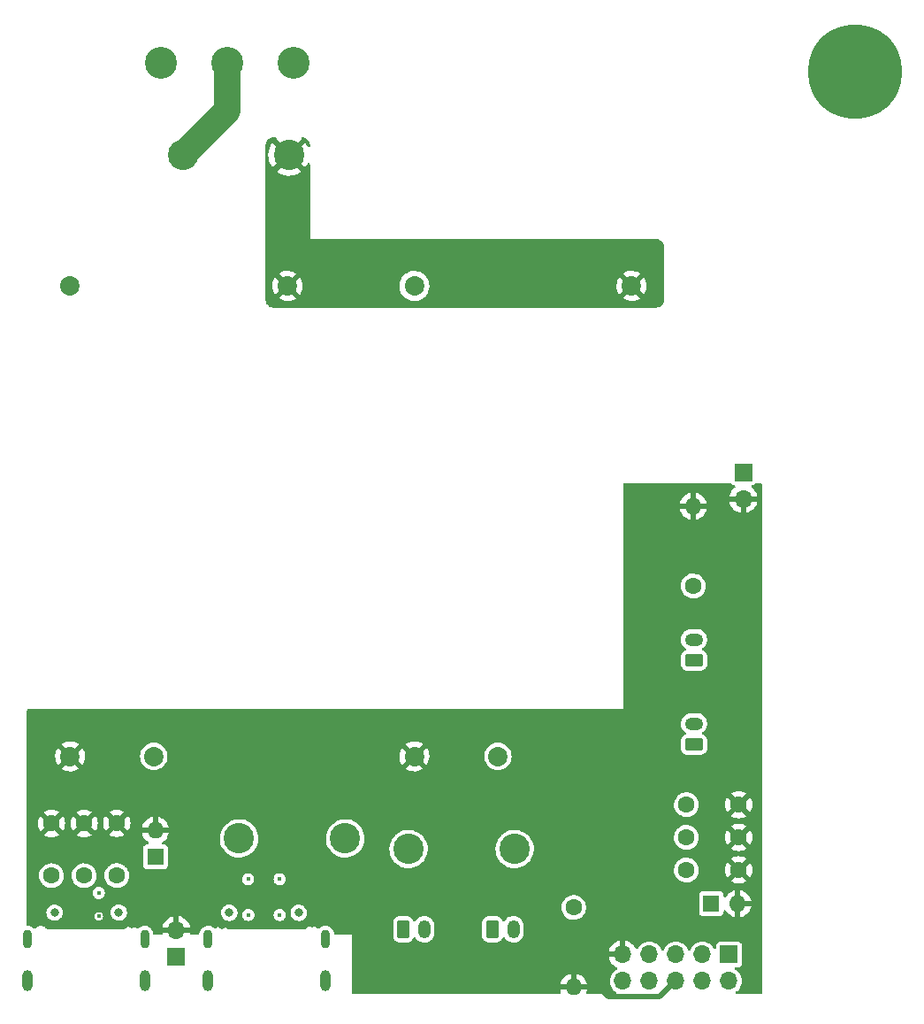
<source format=gbr>
%TF.GenerationSoftware,KiCad,Pcbnew,(6.0.4-0)*%
%TF.CreationDate,2023-02-13T16:26:13-08:00*%
%TF.ProjectId,v2a-power-board-4,7632612d-706f-4776-9572-2d626f617264,rev?*%
%TF.SameCoordinates,Original*%
%TF.FileFunction,Copper,L2,Inr*%
%TF.FilePolarity,Positive*%
%FSLAX46Y46*%
G04 Gerber Fmt 4.6, Leading zero omitted, Abs format (unit mm)*
G04 Created by KiCad (PCBNEW (6.0.4-0)) date 2023-02-13 16:26:13*
%MOMM*%
%LPD*%
G01*
G04 APERTURE LIST*
G04 Aperture macros list*
%AMRoundRect*
0 Rectangle with rounded corners*
0 $1 Rounding radius*
0 $2 $3 $4 $5 $6 $7 $8 $9 X,Y pos of 4 corners*
0 Add a 4 corners polygon primitive as box body*
4,1,4,$2,$3,$4,$5,$6,$7,$8,$9,$2,$3,0*
0 Add four circle primitives for the rounded corners*
1,1,$1+$1,$2,$3*
1,1,$1+$1,$4,$5*
1,1,$1+$1,$6,$7*
1,1,$1+$1,$8,$9*
0 Add four rect primitives between the rounded corners*
20,1,$1+$1,$2,$3,$4,$5,0*
20,1,$1+$1,$4,$5,$6,$7,0*
20,1,$1+$1,$6,$7,$8,$9,0*
20,1,$1+$1,$8,$9,$2,$3,0*%
G04 Aperture macros list end*
%TA.AperFunction,ComponentPad*%
%ADD10RoundRect,0.250000X-0.350000X-0.625000X0.350000X-0.625000X0.350000X0.625000X-0.350000X0.625000X0*%
%TD*%
%TA.AperFunction,ComponentPad*%
%ADD11O,1.200000X1.750000*%
%TD*%
%TA.AperFunction,ComponentPad*%
%ADD12O,1.000000X2.000000*%
%TD*%
%TA.AperFunction,ComponentPad*%
%ADD13O,0.900000X1.800000*%
%TD*%
%TA.AperFunction,ComponentPad*%
%ADD14R,1.700000X1.700000*%
%TD*%
%TA.AperFunction,ComponentPad*%
%ADD15O,1.700000X1.700000*%
%TD*%
%TA.AperFunction,ComponentPad*%
%ADD16R,1.600000X1.600000*%
%TD*%
%TA.AperFunction,ComponentPad*%
%ADD17O,1.600000X1.600000*%
%TD*%
%TA.AperFunction,ComponentPad*%
%ADD18C,2.900000*%
%TD*%
%TA.AperFunction,ComponentPad*%
%ADD19C,1.860000*%
%TD*%
%TA.AperFunction,ComponentPad*%
%ADD20C,3.048000*%
%TD*%
%TA.AperFunction,ComponentPad*%
%ADD21RoundRect,0.250000X0.625000X-0.350000X0.625000X0.350000X-0.625000X0.350000X-0.625000X-0.350000X0*%
%TD*%
%TA.AperFunction,ComponentPad*%
%ADD22O,1.750000X1.200000*%
%TD*%
%TA.AperFunction,ComponentPad*%
%ADD23C,9.000000*%
%TD*%
%TA.AperFunction,ComponentPad*%
%ADD24C,1.600000*%
%TD*%
%TA.AperFunction,ViaPad*%
%ADD25C,0.800000*%
%TD*%
%TA.AperFunction,ViaPad*%
%ADD26C,0.400000*%
%TD*%
%TA.AperFunction,Conductor*%
%ADD27C,2.540000*%
%TD*%
%TA.AperFunction,Conductor*%
%ADD28C,0.508000*%
%TD*%
G04 APERTURE END LIST*
D10*
%TO.N,Net-(D2-Pad1)*%
%TO.C,D2*%
X121650000Y-123850000D03*
D11*
%TO.N,Teensy_Power*%
X123650000Y-123850000D03*
%TD*%
D12*
%TO.N,usb_shield*%
%TO.C,J1*%
X77105000Y-128792500D03*
X88345000Y-128792500D03*
D13*
X77105000Y-124792500D03*
X88345000Y-124792500D03*
%TD*%
D14*
%TO.N,usb_shield*%
%TO.C,JP2*%
X91375000Y-126475000D03*
D15*
%TO.N,RPi_Gnd*%
X91375000Y-123935000D03*
%TD*%
D12*
%TO.N,usb_shield*%
%TO.C,J2*%
X94405000Y-128792500D03*
X105645000Y-128792500D03*
D13*
X94405000Y-124792500D03*
X105645000Y-124792500D03*
%TD*%
D14*
%TO.N,ac_chassis*%
%TO.C,JP1*%
X145675000Y-80125000D03*
D15*
%TO.N,RPi_Gnd*%
X145675000Y-82665000D03*
%TD*%
D16*
%TO.N,Teensy_Power*%
%TO.C,D3*%
X89375000Y-116906815D03*
D17*
%TO.N,RPi_Gnd*%
X89375000Y-114366815D03*
%TD*%
D18*
%TO.N,Net-(F2-Pad1)*%
%TO.C,F2*%
X113620000Y-116167500D03*
%TO.N,Net-(F2-Pad2)*%
X123780000Y-116167500D03*
%TD*%
D19*
%TO.N,ac_pos*%
%TO.C,PS2*%
X134975000Y-62300000D03*
%TO.N,ac_neg*%
X114175000Y-62300000D03*
%TO.N,RPi_Gnd*%
X114175000Y-107300000D03*
%TO.N,Net-(F2-Pad1)*%
X122175000Y-107300000D03*
%TD*%
D10*
%TO.N,Teensy_Power*%
%TO.C,SW1*%
X113125000Y-123850000D03*
D11*
%TO.N,Net-(F1-Pad2)*%
X115125000Y-123850000D03*
%TD*%
D20*
%TO.N,ac_neg*%
%TO.C,PJ1*%
X89925000Y-40925000D03*
%TO.N,Net-(F3-Pad1)*%
X96275000Y-40925000D03*
%TO.N,ac_chassis*%
X102625000Y-40925000D03*
%TD*%
D21*
%TO.N,RPi_Power*%
%TO.C,SW2*%
X140950000Y-98125000D03*
D22*
%TO.N,Net-(F2-Pad2)*%
X140950000Y-96125000D03*
%TD*%
D14*
%TO.N,unconnected-(J3-Pad1)*%
%TO.C,J3*%
X144300000Y-126250000D03*
D15*
%TO.N,RPi_Power*%
X144300000Y-128790000D03*
%TO.N,/rpi_sda*%
X141760000Y-126250000D03*
%TO.N,RPi_Power*%
X141760000Y-128790000D03*
%TO.N,/rpi_scl*%
X139220000Y-126250000D03*
%TO.N,RPi_Gnd*%
X139220000Y-128790000D03*
%TO.N,unconnected-(J3-Pad7)*%
X136680000Y-126250000D03*
%TO.N,unconnected-(J3-Pad8)*%
X136680000Y-128790000D03*
%TO.N,RPi_Gnd*%
X134140000Y-126250000D03*
%TO.N,unconnected-(J3-Pad10)*%
X134140000Y-128790000D03*
%TD*%
D23*
%TO.N,ac_chassis*%
%TO.C,H1*%
X156350005Y-41799993D03*
%TD*%
D21*
%TO.N,Net-(D1-Pad1)*%
%TO.C,D1*%
X140950000Y-106175000D03*
D22*
%TO.N,RPi_Power*%
X140950000Y-104175000D03*
%TD*%
D19*
%TO.N,ac_pos*%
%TO.C,PS1*%
X102025000Y-62300000D03*
%TO.N,ac_neg*%
X81225000Y-62300000D03*
%TO.N,RPi_Gnd*%
X81225000Y-107300000D03*
%TO.N,Net-(F1-Pad1)*%
X89225000Y-107300000D03*
%TD*%
D18*
%TO.N,Net-(F1-Pad1)*%
%TO.C,F1*%
X97395000Y-115150000D03*
%TO.N,Net-(F1-Pad2)*%
X107555000Y-115150000D03*
%TD*%
D16*
%TO.N,RPi_Power*%
%TO.C,D4*%
X142610686Y-121400000D03*
D17*
%TO.N,RPi_Gnd*%
X145150686Y-121400000D03*
%TD*%
D18*
%TO.N,Net-(F3-Pad1)*%
%TO.C,F3*%
X91995000Y-49800000D03*
%TO.N,ac_pos*%
X102155000Y-49800000D03*
%TD*%
D24*
%TO.N,RPi_Gnd*%
%TO.C,C1*%
X85675000Y-113700000D03*
%TO.N,Teensy_Power*%
X85675000Y-118700000D03*
%TD*%
%TO.N,Net-(D2-Pad1)*%
%TO.C,R2*%
X129425000Y-121765000D03*
D17*
%TO.N,RPi_Gnd*%
X129425000Y-129385000D03*
%TD*%
D24*
%TO.N,RPi_Gnd*%
%TO.C,C6*%
X145225000Y-111925000D03*
%TO.N,RPi_Power*%
X140225000Y-111925000D03*
%TD*%
%TO.N,RPi_Gnd*%
%TO.C,C2*%
X145225000Y-118175000D03*
%TO.N,RPi_Power*%
X140225000Y-118175000D03*
%TD*%
%TO.N,Net-(D1-Pad1)*%
%TO.C,R1*%
X140875000Y-91000000D03*
D17*
%TO.N,RPi_Gnd*%
X140875000Y-83380000D03*
%TD*%
D24*
%TO.N,RPi_Gnd*%
%TO.C,C4*%
X145225000Y-115050000D03*
%TO.N,RPi_Power*%
X140225000Y-115050000D03*
%TD*%
%TO.N,RPi_Gnd*%
%TO.C,C5*%
X79425000Y-113725000D03*
%TO.N,Teensy_Power*%
X79425000Y-118725000D03*
%TD*%
%TO.N,RPi_Gnd*%
%TO.C,C3*%
X82550000Y-113725000D03*
%TO.N,Teensy_Power*%
X82550000Y-118725000D03*
%TD*%
D25*
%TO.N,Teensy_Power*%
X96450000Y-122275000D03*
X85875000Y-122249980D03*
X79725000Y-122250000D03*
X103100000Y-122275000D03*
D26*
%TO.N,/rpi_sda*%
X83975000Y-122600000D03*
X98250000Y-119050000D03*
X101275000Y-122475000D03*
X101275000Y-119050000D03*
X98275000Y-122475000D03*
X83950000Y-120375000D03*
%TO.N,RPi_Gnd*%
X84475000Y-122100000D03*
D25*
X87100000Y-123325000D03*
D26*
X99775000Y-121800000D03*
D25*
X104350000Y-123275000D03*
X78175002Y-123174989D03*
D26*
X98775000Y-121800000D03*
D25*
X95725000Y-123400000D03*
D26*
X101775000Y-121800000D03*
X100775000Y-121800000D03*
X83475000Y-122100000D03*
X82475000Y-122100000D03*
X81475000Y-122100000D03*
%TD*%
D27*
%TO.N,Net-(F3-Pad1)*%
X96275000Y-45520000D02*
X91995000Y-49800000D01*
X96275000Y-40925000D02*
X96275000Y-45520000D01*
D28*
%TO.N,RPi_Gnd*%
X137685000Y-130325000D02*
X132750000Y-130325000D01*
X139220000Y-128790000D02*
X137685000Y-130325000D01*
X132750000Y-130325000D02*
X132025000Y-129600000D01*
X132025000Y-129600000D02*
X132025000Y-128750000D01*
%TD*%
%TA.AperFunction,Conductor*%
%TO.N,ac_pos*%
G36*
X100911842Y-48095002D02*
G01*
X100958335Y-48148658D01*
X100969170Y-48212768D01*
X100966157Y-48244883D01*
X100974180Y-48259970D01*
X102142188Y-49427978D01*
X102156132Y-49435592D01*
X102157965Y-49435461D01*
X102164580Y-49431210D01*
X103335479Y-48260311D01*
X103343093Y-48246367D01*
X103340981Y-48216833D01*
X103356072Y-48147459D01*
X103406274Y-48097257D01*
X103480767Y-48082636D01*
X103568456Y-48092516D01*
X103595963Y-48098794D01*
X103730216Y-48145772D01*
X103755635Y-48158013D01*
X103876082Y-48233694D01*
X103898142Y-48251287D01*
X103998713Y-48351858D01*
X104016306Y-48373918D01*
X104091987Y-48494365D01*
X104104228Y-48519784D01*
X104136704Y-48612593D01*
X104151205Y-48654035D01*
X104157484Y-48681543D01*
X104174208Y-48829971D01*
X104175000Y-48844079D01*
X104175000Y-48921292D01*
X104154998Y-48989413D01*
X104101342Y-49035906D01*
X104031068Y-49046010D01*
X103966488Y-49016516D01*
X103938112Y-48981124D01*
X103814533Y-48752093D01*
X103809771Y-48744588D01*
X103718512Y-48621033D01*
X103707387Y-48612593D01*
X103694791Y-48619419D01*
X102527022Y-49787188D01*
X102519408Y-49801132D01*
X102519539Y-49802965D01*
X102523790Y-49809580D01*
X103696007Y-50981797D01*
X103709407Y-50989114D01*
X103719311Y-50982127D01*
X103740237Y-50957233D01*
X103745457Y-50950047D01*
X103887480Y-50722321D01*
X103891632Y-50714481D01*
X103933759Y-50619190D01*
X103979597Y-50564974D01*
X104047470Y-50544146D01*
X104115829Y-50563320D01*
X104162970Y-50616407D01*
X104175000Y-50670137D01*
X104175000Y-57800000D01*
X137305921Y-57800000D01*
X137320029Y-57800792D01*
X137468457Y-57817516D01*
X137495963Y-57823794D01*
X137630216Y-57870772D01*
X137655635Y-57883013D01*
X137776082Y-57958694D01*
X137798142Y-57976287D01*
X137898713Y-58076858D01*
X137916306Y-58098918D01*
X137991987Y-58219365D01*
X138004228Y-58244784D01*
X138051205Y-58379035D01*
X138057484Y-58406543D01*
X138074208Y-58554971D01*
X138075000Y-58569079D01*
X138075000Y-63605921D01*
X138074208Y-63620029D01*
X138057484Y-63768457D01*
X138051205Y-63795965D01*
X138004228Y-63930216D01*
X137991987Y-63955635D01*
X137916306Y-64076082D01*
X137898713Y-64098142D01*
X137798142Y-64198713D01*
X137776082Y-64216306D01*
X137655635Y-64291987D01*
X137630216Y-64304228D01*
X137495963Y-64351206D01*
X137468457Y-64357484D01*
X137320029Y-64374208D01*
X137305921Y-64375000D01*
X100694079Y-64375000D01*
X100679971Y-64374208D01*
X100531543Y-64357484D01*
X100504037Y-64351206D01*
X100369784Y-64304228D01*
X100344365Y-64291987D01*
X100223918Y-64216306D01*
X100201858Y-64198713D01*
X100101287Y-64098142D01*
X100083694Y-64076082D01*
X100008013Y-63955635D01*
X99995772Y-63930216D01*
X99948795Y-63795965D01*
X99942516Y-63768457D01*
X99925792Y-63620029D01*
X99925000Y-63605921D01*
X99925000Y-63483339D01*
X101206491Y-63483339D01*
X101211772Y-63490393D01*
X101397070Y-63598672D01*
X101406357Y-63603122D01*
X101617605Y-63683790D01*
X101627503Y-63686666D01*
X101849091Y-63731748D01*
X101859319Y-63732967D01*
X102085292Y-63741254D01*
X102095578Y-63740787D01*
X102319871Y-63712054D01*
X102329956Y-63709911D01*
X102546540Y-63644932D01*
X102556135Y-63641172D01*
X102759202Y-63541690D01*
X102768047Y-63536417D01*
X102831605Y-63491081D01*
X102840006Y-63480381D01*
X102833018Y-63467228D01*
X102037812Y-62672022D01*
X102023868Y-62664408D01*
X102022035Y-62664539D01*
X102015420Y-62668790D01*
X101213251Y-63470959D01*
X101206491Y-63483339D01*
X99925000Y-63483339D01*
X99925000Y-62269902D01*
X100582800Y-62269902D01*
X100595816Y-62495649D01*
X100597252Y-62505869D01*
X100646964Y-62726451D01*
X100650043Y-62736280D01*
X100735119Y-62945797D01*
X100739762Y-62954988D01*
X100833281Y-63107599D01*
X100843737Y-63117059D01*
X100852515Y-63113275D01*
X101652978Y-62312812D01*
X101659356Y-62301132D01*
X102389408Y-62301132D01*
X102389539Y-62302965D01*
X102393790Y-62309580D01*
X103192799Y-63108589D01*
X103204809Y-63115147D01*
X103216549Y-63106179D01*
X103258813Y-63047364D01*
X103264122Y-63038527D01*
X103364307Y-62835819D01*
X103368105Y-62826226D01*
X103433839Y-62609870D01*
X103436016Y-62599800D01*
X103465768Y-62373809D01*
X103466287Y-62367134D01*
X103467846Y-62303364D01*
X103467652Y-62296646D01*
X103465028Y-62264734D01*
X112732001Y-62264734D01*
X112732298Y-62269887D01*
X112732298Y-62269890D01*
X112734773Y-62312812D01*
X112745617Y-62500887D01*
X112746754Y-62505933D01*
X112746755Y-62505939D01*
X112767908Y-62599800D01*
X112797621Y-62731644D01*
X112799563Y-62736426D01*
X112799564Y-62736430D01*
X112836102Y-62826411D01*
X112886615Y-62950810D01*
X112889314Y-62955214D01*
X112983302Y-63108589D01*
X113010209Y-63152498D01*
X113165085Y-63331291D01*
X113347083Y-63482389D01*
X113551314Y-63601732D01*
X113772296Y-63686117D01*
X113777362Y-63687148D01*
X113777363Y-63687148D01*
X113880561Y-63708143D01*
X114004092Y-63733276D01*
X114137344Y-63738162D01*
X114235314Y-63741755D01*
X114235318Y-63741755D01*
X114240478Y-63741944D01*
X114245598Y-63741288D01*
X114245600Y-63741288D01*
X114469979Y-63712545D01*
X114469982Y-63712544D01*
X114475106Y-63711888D01*
X114481696Y-63709911D01*
X114696728Y-63645398D01*
X114696729Y-63645397D01*
X114701674Y-63643914D01*
X114914098Y-63539848D01*
X114918301Y-63536850D01*
X114918306Y-63536847D01*
X114993322Y-63483339D01*
X134156491Y-63483339D01*
X134161772Y-63490393D01*
X134347070Y-63598672D01*
X134356357Y-63603122D01*
X134567605Y-63683790D01*
X134577503Y-63686666D01*
X134799091Y-63731748D01*
X134809319Y-63732967D01*
X135035292Y-63741254D01*
X135045578Y-63740787D01*
X135269871Y-63712054D01*
X135279956Y-63709911D01*
X135496540Y-63644932D01*
X135506135Y-63641172D01*
X135709202Y-63541690D01*
X135718047Y-63536417D01*
X135781605Y-63491081D01*
X135790006Y-63480381D01*
X135783018Y-63467228D01*
X134987812Y-62672022D01*
X134973868Y-62664408D01*
X134972035Y-62664539D01*
X134965420Y-62668790D01*
X134163251Y-63470959D01*
X134156491Y-63483339D01*
X114993322Y-63483339D01*
X115102469Y-63405485D01*
X115102471Y-63405483D01*
X115106673Y-63402486D01*
X115274227Y-63235516D01*
X115412261Y-63043421D01*
X115455968Y-62954988D01*
X115514773Y-62836004D01*
X115514774Y-62836002D01*
X115517067Y-62831362D01*
X115585831Y-62605033D01*
X115616707Y-62370511D01*
X115618430Y-62300000D01*
X115615956Y-62269902D01*
X133532800Y-62269902D01*
X133545816Y-62495649D01*
X133547252Y-62505869D01*
X133596964Y-62726451D01*
X133600043Y-62736280D01*
X133685119Y-62945797D01*
X133689762Y-62954988D01*
X133783281Y-63107599D01*
X133793737Y-63117059D01*
X133802515Y-63113275D01*
X134602978Y-62312812D01*
X134609356Y-62301132D01*
X135339408Y-62301132D01*
X135339539Y-62302965D01*
X135343790Y-62309580D01*
X136142799Y-63108589D01*
X136154809Y-63115147D01*
X136166549Y-63106179D01*
X136208813Y-63047364D01*
X136214122Y-63038527D01*
X136314307Y-62835819D01*
X136318105Y-62826226D01*
X136383839Y-62609870D01*
X136386016Y-62599800D01*
X136415768Y-62373809D01*
X136416287Y-62367134D01*
X136417846Y-62303364D01*
X136417652Y-62296646D01*
X136398977Y-62069493D01*
X136397292Y-62059313D01*
X136342207Y-61840012D01*
X136338882Y-61830246D01*
X136248722Y-61622893D01*
X136243844Y-61613795D01*
X136165920Y-61493342D01*
X136155234Y-61484139D01*
X136145667Y-61488543D01*
X135347022Y-62287188D01*
X135339408Y-62301132D01*
X134609356Y-62301132D01*
X134610592Y-62298868D01*
X134610461Y-62297035D01*
X134606210Y-62290420D01*
X133807277Y-61491487D01*
X133795741Y-61485187D01*
X133783458Y-61494810D01*
X133723293Y-61583008D01*
X133718205Y-61591964D01*
X133623001Y-61797065D01*
X133619438Y-61806752D01*
X133559012Y-62024639D01*
X133557081Y-62034758D01*
X133533052Y-62259613D01*
X133532800Y-62269902D01*
X115615956Y-62269902D01*
X115599048Y-62064250D01*
X115541422Y-61834832D01*
X115486124Y-61707656D01*
X115449160Y-61622643D01*
X115449158Y-61622640D01*
X115447100Y-61617906D01*
X115318615Y-61419298D01*
X115290030Y-61387883D01*
X115162895Y-61248164D01*
X115162893Y-61248163D01*
X115159417Y-61244342D01*
X115155366Y-61241143D01*
X115155362Y-61241139D01*
X115001067Y-61119284D01*
X134159080Y-61119284D01*
X134165824Y-61131614D01*
X134962188Y-61927978D01*
X134976132Y-61935592D01*
X134977965Y-61935461D01*
X134984580Y-61931210D01*
X135785350Y-61130440D01*
X135792370Y-61117584D01*
X135784595Y-61106914D01*
X135777563Y-61101360D01*
X135768977Y-61095656D01*
X135571023Y-60986379D01*
X135561611Y-60982149D01*
X135348465Y-60906669D01*
X135338494Y-60904035D01*
X135115881Y-60864382D01*
X135105628Y-60863413D01*
X134879515Y-60860650D01*
X134869232Y-60861370D01*
X134645713Y-60895572D01*
X134635694Y-60897959D01*
X134420756Y-60968212D01*
X134411254Y-60972207D01*
X134210684Y-61076617D01*
X134201966Y-61082106D01*
X134167533Y-61107959D01*
X134159080Y-61119284D01*
X115001067Y-61119284D01*
X114977836Y-61100937D01*
X114977831Y-61100933D01*
X114973782Y-61097736D01*
X114969266Y-61095243D01*
X114969263Y-61095241D01*
X114771219Y-60985915D01*
X114771215Y-60985913D01*
X114766695Y-60983418D01*
X114761826Y-60981694D01*
X114761822Y-60981692D01*
X114548593Y-60906184D01*
X114548589Y-60906183D01*
X114543718Y-60904458D01*
X114538625Y-60903551D01*
X114538622Y-60903550D01*
X114315928Y-60863882D01*
X114315922Y-60863881D01*
X114310839Y-60862976D01*
X114219887Y-60861865D01*
X114079480Y-60860149D01*
X114079478Y-60860149D01*
X114074311Y-60860086D01*
X113840488Y-60895866D01*
X113615648Y-60969355D01*
X113611060Y-60971743D01*
X113611056Y-60971745D01*
X113410419Y-61076190D01*
X113405830Y-61078579D01*
X113401697Y-61081682D01*
X113401694Y-61081684D01*
X113351616Y-61119284D01*
X113216669Y-61220606D01*
X113053244Y-61391620D01*
X112919945Y-61587029D01*
X112917769Y-61591718D01*
X112917765Y-61591724D01*
X112903297Y-61622893D01*
X112820351Y-61801586D01*
X112757137Y-62029528D01*
X112732001Y-62264734D01*
X103465028Y-62264734D01*
X103448977Y-62069493D01*
X103447292Y-62059313D01*
X103392207Y-61840012D01*
X103388882Y-61830246D01*
X103298722Y-61622893D01*
X103293844Y-61613795D01*
X103215920Y-61493342D01*
X103205234Y-61484139D01*
X103195667Y-61488543D01*
X102397022Y-62287188D01*
X102389408Y-62301132D01*
X101659356Y-62301132D01*
X101660592Y-62298868D01*
X101660461Y-62297035D01*
X101656210Y-62290420D01*
X100857277Y-61491487D01*
X100845741Y-61485187D01*
X100833458Y-61494810D01*
X100773293Y-61583008D01*
X100768205Y-61591964D01*
X100673001Y-61797065D01*
X100669438Y-61806752D01*
X100609012Y-62024639D01*
X100607081Y-62034758D01*
X100583052Y-62259613D01*
X100582800Y-62269902D01*
X99925000Y-62269902D01*
X99925000Y-61119284D01*
X101209080Y-61119284D01*
X101215824Y-61131614D01*
X102012188Y-61927978D01*
X102026132Y-61935592D01*
X102027965Y-61935461D01*
X102034580Y-61931210D01*
X102835350Y-61130440D01*
X102842370Y-61117584D01*
X102834595Y-61106914D01*
X102827563Y-61101360D01*
X102818977Y-61095656D01*
X102621023Y-60986379D01*
X102611611Y-60982149D01*
X102398465Y-60906669D01*
X102388494Y-60904035D01*
X102165881Y-60864382D01*
X102155628Y-60863413D01*
X101929515Y-60860650D01*
X101919232Y-60861370D01*
X101695713Y-60895572D01*
X101685694Y-60897959D01*
X101470756Y-60968212D01*
X101461254Y-60972207D01*
X101260684Y-61076617D01*
X101251966Y-61082106D01*
X101217533Y-61107959D01*
X101209080Y-61119284D01*
X99925000Y-61119284D01*
X99925000Y-51353348D01*
X100966819Y-51353348D01*
X100974209Y-51363650D01*
X101022808Y-51403217D01*
X101030084Y-51408330D01*
X101259999Y-51546750D01*
X101267913Y-51550783D01*
X101515048Y-51655431D01*
X101523453Y-51658308D01*
X101782873Y-51727093D01*
X101791585Y-51728755D01*
X102058114Y-51760300D01*
X102066979Y-51760718D01*
X102335278Y-51754395D01*
X102344133Y-51753558D01*
X102608864Y-51709495D01*
X102617498Y-51707422D01*
X102873383Y-51626496D01*
X102881644Y-51623225D01*
X103123567Y-51507055D01*
X103131292Y-51502649D01*
X103336318Y-51365656D01*
X103344606Y-51355738D01*
X103337350Y-51341560D01*
X102167812Y-50172022D01*
X102153868Y-50164408D01*
X102152035Y-50164539D01*
X102145420Y-50168790D01*
X100973985Y-51340225D01*
X100966819Y-51353348D01*
X99925000Y-51353348D01*
X99925000Y-49742793D01*
X100193142Y-49742793D01*
X100203678Y-50010960D01*
X100204653Y-50019789D01*
X100252869Y-50283799D01*
X100255078Y-50292401D01*
X100340012Y-50546979D01*
X100343416Y-50555196D01*
X100463374Y-50795270D01*
X100467893Y-50802910D01*
X100590408Y-50980176D01*
X100600730Y-50988531D01*
X100614383Y-50981407D01*
X101782978Y-49812812D01*
X101790592Y-49798868D01*
X101790461Y-49797035D01*
X101786210Y-49790420D01*
X100615215Y-48619425D01*
X100602374Y-48612413D01*
X100591685Y-48620208D01*
X100534194Y-48693134D01*
X100529203Y-48700478D01*
X100394404Y-48932552D01*
X100390500Y-48940522D01*
X100289745Y-49189273D01*
X100287001Y-49197717D01*
X100222301Y-49458182D01*
X100220774Y-49466933D01*
X100193421Y-49733909D01*
X100193142Y-49742793D01*
X99925000Y-49742793D01*
X99925000Y-48844079D01*
X99925792Y-48829971D01*
X99942516Y-48681543D01*
X99948795Y-48654035D01*
X99963297Y-48612593D01*
X99995772Y-48519784D01*
X100008013Y-48494365D01*
X100083694Y-48373918D01*
X100101287Y-48351858D01*
X100201858Y-48251287D01*
X100223918Y-48233694D01*
X100344365Y-48158013D01*
X100369784Y-48145772D01*
X100504037Y-48098794D01*
X100531543Y-48092516D01*
X100679971Y-48075792D01*
X100694079Y-48075000D01*
X100843721Y-48075000D01*
X100911842Y-48095002D01*
G37*
%TD.AperFunction*%
%TD*%
%TA.AperFunction,Conductor*%
%TO.N,RPi_Gnd*%
G36*
X144501312Y-81195002D02*
G01*
X144522208Y-81211826D01*
X144543298Y-81232879D01*
X144600399Y-81289880D01*
X144714503Y-81345655D01*
X144747284Y-81350437D01*
X144784316Y-81355840D01*
X144784320Y-81355840D01*
X144788842Y-81356500D01*
X144789272Y-81356500D01*
X144854769Y-81381007D01*
X144897257Y-81437887D01*
X144902249Y-81508708D01*
X144868159Y-81570985D01*
X144854809Y-81582557D01*
X144774433Y-81642905D01*
X144766726Y-81649748D01*
X144619590Y-81803717D01*
X144613104Y-81811727D01*
X144493098Y-81987649D01*
X144488000Y-81996623D01*
X144398338Y-82189783D01*
X144394775Y-82199470D01*
X144339389Y-82399183D01*
X144340912Y-82407607D01*
X144353292Y-82411000D01*
X146993344Y-82411000D01*
X147006875Y-82407027D01*
X147008180Y-82397947D01*
X146966214Y-82230875D01*
X146962894Y-82221124D01*
X146877972Y-82025814D01*
X146873105Y-82016739D01*
X146757426Y-81837926D01*
X146751136Y-81829757D01*
X146607806Y-81672240D01*
X146600273Y-81665216D01*
X146493183Y-81580642D01*
X146452120Y-81522726D01*
X146448888Y-81451803D01*
X146484513Y-81390391D01*
X146547684Y-81357988D01*
X146559005Y-81356500D01*
X146561158Y-81356500D01*
X146565703Y-81355831D01*
X146626459Y-81346888D01*
X146626461Y-81346887D01*
X146636144Y-81345462D01*
X146644933Y-81341147D01*
X146740803Y-81294077D01*
X146740804Y-81294076D01*
X146750151Y-81289487D01*
X146827520Y-81211982D01*
X146889803Y-81177903D01*
X146916694Y-81175000D01*
X147349000Y-81175000D01*
X147417121Y-81195002D01*
X147463614Y-81248658D01*
X147475000Y-81301000D01*
X147475000Y-129924000D01*
X147454998Y-129992121D01*
X147401342Y-130038614D01*
X147349000Y-130050000D01*
X145047209Y-130050000D01*
X144979088Y-130029998D01*
X144932595Y-129976342D01*
X144922491Y-129906068D01*
X144951985Y-129841488D01*
X144974938Y-129820787D01*
X145090106Y-129740146D01*
X145090109Y-129740144D01*
X145094617Y-129736987D01*
X145246987Y-129584617D01*
X145309024Y-129496020D01*
X145367427Y-129412611D01*
X145367428Y-129412609D01*
X145370584Y-129408102D01*
X145372907Y-129403120D01*
X145372910Y-129403115D01*
X145459329Y-129217789D01*
X145459330Y-129217787D01*
X145461652Y-129212807D01*
X145484637Y-129127027D01*
X145515999Y-129009980D01*
X145515999Y-129009978D01*
X145517423Y-129004665D01*
X145536204Y-128790000D01*
X145517423Y-128575335D01*
X145465910Y-128383084D01*
X145463075Y-128372503D01*
X145463074Y-128372501D01*
X145461652Y-128367193D01*
X145455805Y-128354654D01*
X145372910Y-128176885D01*
X145372907Y-128176880D01*
X145370584Y-128171898D01*
X145355086Y-128149764D01*
X145250146Y-127999894D01*
X145250144Y-127999891D01*
X145246987Y-127995383D01*
X145094617Y-127843013D01*
X145090109Y-127839856D01*
X145090106Y-127839854D01*
X144970925Y-127756403D01*
X144918102Y-127719416D01*
X144913118Y-127717092D01*
X144912299Y-127716619D01*
X144863306Y-127665236D01*
X144849870Y-127595523D01*
X144876256Y-127529612D01*
X144934089Y-127488430D01*
X144975299Y-127481500D01*
X145186158Y-127481500D01*
X145190706Y-127480830D01*
X145190713Y-127480830D01*
X145251459Y-127471888D01*
X145251461Y-127471887D01*
X145261144Y-127470462D01*
X145300702Y-127451040D01*
X145365803Y-127419077D01*
X145365804Y-127419076D01*
X145375151Y-127414487D01*
X145453990Y-127335510D01*
X145457522Y-127331972D01*
X145464880Y-127324601D01*
X145520655Y-127210497D01*
X145525437Y-127177716D01*
X145530840Y-127140684D01*
X145530840Y-127140680D01*
X145531500Y-127136158D01*
X145531500Y-125363842D01*
X145527363Y-125335733D01*
X145521888Y-125298541D01*
X145521887Y-125298539D01*
X145520462Y-125288856D01*
X145493896Y-125234748D01*
X145469077Y-125184197D01*
X145469076Y-125184196D01*
X145464487Y-125174849D01*
X145393701Y-125104187D01*
X145381972Y-125092478D01*
X145374601Y-125085120D01*
X145260497Y-125029345D01*
X145227716Y-125024563D01*
X145190684Y-125019160D01*
X145190680Y-125019160D01*
X145186158Y-125018500D01*
X143413842Y-125018500D01*
X143409294Y-125019170D01*
X143409287Y-125019170D01*
X143348541Y-125028112D01*
X143348539Y-125028113D01*
X143338856Y-125029538D01*
X143330068Y-125033853D01*
X143330067Y-125033853D01*
X143234197Y-125080923D01*
X143234196Y-125080924D01*
X143224849Y-125085513D01*
X143135120Y-125175399D01*
X143079345Y-125289503D01*
X143077933Y-125299183D01*
X143069165Y-125359287D01*
X143068500Y-125363842D01*
X143068500Y-125574701D01*
X143048498Y-125642822D01*
X142994842Y-125689315D01*
X142924568Y-125699419D01*
X142859988Y-125669925D01*
X142833381Y-125637701D01*
X142832908Y-125636882D01*
X142830584Y-125631898D01*
X142747930Y-125513856D01*
X142710146Y-125459894D01*
X142710144Y-125459891D01*
X142706987Y-125455383D01*
X142554617Y-125303013D01*
X142550109Y-125299856D01*
X142550106Y-125299854D01*
X142382611Y-125182573D01*
X142382609Y-125182572D01*
X142378102Y-125179416D01*
X142373120Y-125177093D01*
X142373115Y-125177090D01*
X142187789Y-125090671D01*
X142187787Y-125090670D01*
X142182807Y-125088348D01*
X142177499Y-125086926D01*
X142177497Y-125086925D01*
X141979980Y-125034001D01*
X141979978Y-125034001D01*
X141974665Y-125032577D01*
X141760000Y-125013796D01*
X141545335Y-125032577D01*
X141540022Y-125034001D01*
X141540020Y-125034001D01*
X141342503Y-125086925D01*
X141342501Y-125086926D01*
X141337193Y-125088348D01*
X141332213Y-125090670D01*
X141332211Y-125090671D01*
X141146885Y-125177090D01*
X141146880Y-125177093D01*
X141141898Y-125179416D01*
X141137391Y-125182572D01*
X141137389Y-125182573D01*
X140969894Y-125299854D01*
X140969891Y-125299856D01*
X140965383Y-125303013D01*
X140813013Y-125455383D01*
X140809856Y-125459891D01*
X140809854Y-125459894D01*
X140704179Y-125610814D01*
X140689416Y-125631898D01*
X140687093Y-125636880D01*
X140687090Y-125636885D01*
X140604195Y-125814654D01*
X140557277Y-125867939D01*
X140489000Y-125887400D01*
X140421040Y-125866858D01*
X140375805Y-125814654D01*
X140292910Y-125636885D01*
X140292907Y-125636880D01*
X140290584Y-125631898D01*
X140275821Y-125610814D01*
X140170146Y-125459894D01*
X140170144Y-125459891D01*
X140166987Y-125455383D01*
X140014617Y-125303013D01*
X140010109Y-125299856D01*
X140010106Y-125299854D01*
X139842611Y-125182573D01*
X139842609Y-125182572D01*
X139838102Y-125179416D01*
X139833120Y-125177093D01*
X139833115Y-125177090D01*
X139647789Y-125090671D01*
X139647787Y-125090670D01*
X139642807Y-125088348D01*
X139637499Y-125086926D01*
X139637497Y-125086925D01*
X139439980Y-125034001D01*
X139439978Y-125034001D01*
X139434665Y-125032577D01*
X139220000Y-125013796D01*
X139005335Y-125032577D01*
X139000022Y-125034001D01*
X139000020Y-125034001D01*
X138802503Y-125086925D01*
X138802501Y-125086926D01*
X138797193Y-125088348D01*
X138792213Y-125090670D01*
X138792211Y-125090671D01*
X138606885Y-125177090D01*
X138606880Y-125177093D01*
X138601898Y-125179416D01*
X138597391Y-125182572D01*
X138597389Y-125182573D01*
X138429894Y-125299854D01*
X138429891Y-125299856D01*
X138425383Y-125303013D01*
X138273013Y-125455383D01*
X138269856Y-125459891D01*
X138269854Y-125459894D01*
X138164179Y-125610814D01*
X138149416Y-125631898D01*
X138147093Y-125636880D01*
X138147090Y-125636885D01*
X138064195Y-125814654D01*
X138017277Y-125867939D01*
X137949000Y-125887400D01*
X137881040Y-125866858D01*
X137835805Y-125814654D01*
X137752910Y-125636885D01*
X137752907Y-125636880D01*
X137750584Y-125631898D01*
X137735821Y-125610814D01*
X137630146Y-125459894D01*
X137630144Y-125459891D01*
X137626987Y-125455383D01*
X137474617Y-125303013D01*
X137470109Y-125299856D01*
X137470106Y-125299854D01*
X137302611Y-125182573D01*
X137302609Y-125182572D01*
X137298102Y-125179416D01*
X137293120Y-125177093D01*
X137293115Y-125177090D01*
X137107789Y-125090671D01*
X137107787Y-125090670D01*
X137102807Y-125088348D01*
X137097499Y-125086926D01*
X137097497Y-125086925D01*
X136899980Y-125034001D01*
X136899978Y-125034001D01*
X136894665Y-125032577D01*
X136680000Y-125013796D01*
X136465335Y-125032577D01*
X136460022Y-125034001D01*
X136460020Y-125034001D01*
X136262503Y-125086925D01*
X136262501Y-125086926D01*
X136257193Y-125088348D01*
X136252213Y-125090670D01*
X136252211Y-125090671D01*
X136066885Y-125177090D01*
X136066880Y-125177093D01*
X136061898Y-125179416D01*
X136057391Y-125182572D01*
X136057389Y-125182573D01*
X135889894Y-125299854D01*
X135889891Y-125299856D01*
X135885383Y-125303013D01*
X135733013Y-125455383D01*
X135729856Y-125459891D01*
X135729854Y-125459894D01*
X135624179Y-125610814D01*
X135609416Y-125631898D01*
X135607093Y-125636879D01*
X135607087Y-125636890D01*
X135594491Y-125663903D01*
X135547574Y-125717188D01*
X135479296Y-125736648D01*
X135411337Y-125716106D01*
X135364747Y-125660894D01*
X135342972Y-125610814D01*
X135338105Y-125601739D01*
X135222426Y-125422926D01*
X135216136Y-125414757D01*
X135072806Y-125257240D01*
X135065273Y-125250215D01*
X134898139Y-125118222D01*
X134889552Y-125112517D01*
X134703117Y-125009599D01*
X134693705Y-125005369D01*
X134492959Y-124934280D01*
X134482988Y-124931646D01*
X134411837Y-124918972D01*
X134398540Y-124920432D01*
X134394000Y-124934989D01*
X134394000Y-126378000D01*
X134373998Y-126446121D01*
X134320342Y-126492614D01*
X134268000Y-126504000D01*
X132823225Y-126504000D01*
X132809694Y-126507973D01*
X132808257Y-126517966D01*
X132838565Y-126652446D01*
X132841645Y-126662275D01*
X132921770Y-126859603D01*
X132926413Y-126868794D01*
X133037694Y-127050388D01*
X133043777Y-127058699D01*
X133183213Y-127219667D01*
X133190580Y-127226883D01*
X133354434Y-127362916D01*
X133362881Y-127368831D01*
X133546753Y-127476277D01*
X133551283Y-127478448D01*
X133604072Y-127525922D01*
X133622815Y-127594400D01*
X133601560Y-127662140D01*
X133550085Y-127706272D01*
X133526889Y-127717088D01*
X133526886Y-127717090D01*
X133521898Y-127719416D01*
X133517394Y-127722570D01*
X133517389Y-127722573D01*
X133349894Y-127839854D01*
X133349891Y-127839856D01*
X133345383Y-127843013D01*
X133193013Y-127995383D01*
X133189856Y-127999891D01*
X133189854Y-127999894D01*
X133084914Y-128149764D01*
X133069416Y-128171898D01*
X133067093Y-128176880D01*
X133067090Y-128176885D01*
X132984195Y-128354654D01*
X132978348Y-128367193D01*
X132976926Y-128372501D01*
X132976925Y-128372503D01*
X132974090Y-128383084D01*
X132922577Y-128575335D01*
X132903796Y-128790000D01*
X132922577Y-129004665D01*
X132924001Y-129009978D01*
X132924001Y-129009980D01*
X132955364Y-129127027D01*
X132978348Y-129212807D01*
X132980670Y-129217787D01*
X132980671Y-129217789D01*
X133067090Y-129403115D01*
X133067093Y-129403120D01*
X133069416Y-129408102D01*
X133072572Y-129412609D01*
X133072573Y-129412611D01*
X133130977Y-129496020D01*
X133193013Y-129584617D01*
X133345383Y-129736987D01*
X133349891Y-129740144D01*
X133349894Y-129740146D01*
X133465062Y-129820787D01*
X133509390Y-129876244D01*
X133516699Y-129946863D01*
X133484668Y-130010224D01*
X133423467Y-130046209D01*
X133392791Y-130050000D01*
X130755904Y-130050000D01*
X130687783Y-130029998D01*
X130641290Y-129976342D01*
X130631186Y-129906068D01*
X130641710Y-129870749D01*
X130656488Y-129839058D01*
X130660236Y-129828761D01*
X130706394Y-129656497D01*
X130706058Y-129642401D01*
X130698116Y-129639000D01*
X128157033Y-129639000D01*
X128143502Y-129642973D01*
X128142273Y-129651522D01*
X128189764Y-129828761D01*
X128193512Y-129839058D01*
X128208290Y-129870749D01*
X128218952Y-129940941D01*
X128189973Y-130005754D01*
X128130553Y-130044610D01*
X128094096Y-130050000D01*
X108351000Y-130050000D01*
X108282879Y-130029998D01*
X108236386Y-129976342D01*
X108225000Y-129924000D01*
X108225000Y-129113503D01*
X128143606Y-129113503D01*
X128143942Y-129127599D01*
X128151884Y-129131000D01*
X129152885Y-129131000D01*
X129168124Y-129126525D01*
X129169329Y-129125135D01*
X129171000Y-129117452D01*
X129171000Y-129112885D01*
X129679000Y-129112885D01*
X129683475Y-129128124D01*
X129684865Y-129129329D01*
X129692548Y-129131000D01*
X130692967Y-129131000D01*
X130706498Y-129127027D01*
X130707727Y-129118478D01*
X130660236Y-128941239D01*
X130656490Y-128930947D01*
X130564414Y-128733489D01*
X130558931Y-128723993D01*
X130433972Y-128545533D01*
X130426916Y-128537125D01*
X130272875Y-128383084D01*
X130264467Y-128376028D01*
X130086007Y-128251069D01*
X130076511Y-128245586D01*
X129879053Y-128153510D01*
X129868761Y-128149764D01*
X129696497Y-128103606D01*
X129682401Y-128103942D01*
X129679000Y-128111884D01*
X129679000Y-129112885D01*
X129171000Y-129112885D01*
X129171000Y-128117033D01*
X129167027Y-128103502D01*
X129158478Y-128102273D01*
X128981239Y-128149764D01*
X128970947Y-128153510D01*
X128773489Y-128245586D01*
X128763993Y-128251069D01*
X128585533Y-128376028D01*
X128577125Y-128383084D01*
X128423084Y-128537125D01*
X128416028Y-128545533D01*
X128291069Y-128723993D01*
X128285586Y-128733489D01*
X128193510Y-128930947D01*
X128189764Y-128941239D01*
X128143606Y-129113503D01*
X108225000Y-129113503D01*
X108225000Y-125984183D01*
X132804389Y-125984183D01*
X132805912Y-125992607D01*
X132818292Y-125996000D01*
X133867885Y-125996000D01*
X133883124Y-125991525D01*
X133884329Y-125990135D01*
X133886000Y-125982452D01*
X133886000Y-124933102D01*
X133882082Y-124919758D01*
X133867806Y-124917771D01*
X133829324Y-124923660D01*
X133819288Y-124926051D01*
X133616868Y-124992212D01*
X133607359Y-124996209D01*
X133418463Y-125094542D01*
X133409738Y-125100036D01*
X133239433Y-125227905D01*
X133231726Y-125234748D01*
X133084590Y-125388717D01*
X133078104Y-125396727D01*
X132958098Y-125572649D01*
X132953000Y-125581623D01*
X132863338Y-125774783D01*
X132859775Y-125784470D01*
X132804389Y-125984183D01*
X108225000Y-125984183D01*
X108225000Y-124538770D01*
X112143500Y-124538770D01*
X112146318Y-124574574D01*
X112148111Y-124580746D01*
X112148112Y-124580751D01*
X112172233Y-124663774D01*
X112190832Y-124727792D01*
X112272051Y-124865127D01*
X112384873Y-124977949D01*
X112391693Y-124981983D01*
X112391694Y-124981983D01*
X112501410Y-125046868D01*
X112522208Y-125059168D01*
X112529819Y-125061379D01*
X112529821Y-125061380D01*
X112669249Y-125101888D01*
X112669254Y-125101889D01*
X112675426Y-125103682D01*
X112681831Y-125104186D01*
X112681836Y-125104187D01*
X112708774Y-125106307D01*
X112708782Y-125106307D01*
X112711230Y-125106500D01*
X113538770Y-125106500D01*
X113541218Y-125106307D01*
X113541226Y-125106307D01*
X113568164Y-125104187D01*
X113568169Y-125104186D01*
X113574574Y-125103682D01*
X113580746Y-125101889D01*
X113580751Y-125101888D01*
X113720179Y-125061380D01*
X113720181Y-125061379D01*
X113727792Y-125059168D01*
X113748590Y-125046868D01*
X113858306Y-124981983D01*
X113858307Y-124981983D01*
X113865127Y-124977949D01*
X113977949Y-124865127D01*
X114059168Y-124727792D01*
X114070233Y-124689706D01*
X114108447Y-124629871D01*
X114172943Y-124600194D01*
X114243246Y-124610098D01*
X114297033Y-124656438D01*
X114301431Y-124663773D01*
X114314885Y-124688044D01*
X114444648Y-124839440D01*
X114449689Y-124843351D01*
X114449692Y-124843353D01*
X114548193Y-124919758D01*
X114602202Y-124961652D01*
X114607935Y-124964473D01*
X114719094Y-125019170D01*
X114781112Y-125049687D01*
X114826002Y-125061380D01*
X114967888Y-125098339D01*
X114967891Y-125098339D01*
X114974070Y-125099949D01*
X115059377Y-125104419D01*
X115166812Y-125110050D01*
X115166816Y-125110050D01*
X115173193Y-125110384D01*
X115370348Y-125080567D01*
X115557480Y-125011716D01*
X115726946Y-124906643D01*
X115793874Y-124843353D01*
X115867189Y-124774022D01*
X115871823Y-124769640D01*
X115986192Y-124606304D01*
X116015417Y-124538770D01*
X120668500Y-124538770D01*
X120671318Y-124574574D01*
X120673111Y-124580746D01*
X120673112Y-124580751D01*
X120697233Y-124663774D01*
X120715832Y-124727792D01*
X120797051Y-124865127D01*
X120909873Y-124977949D01*
X120916693Y-124981983D01*
X120916694Y-124981983D01*
X121026410Y-125046868D01*
X121047208Y-125059168D01*
X121054819Y-125061379D01*
X121054821Y-125061380D01*
X121194249Y-125101888D01*
X121194254Y-125101889D01*
X121200426Y-125103682D01*
X121206831Y-125104186D01*
X121206836Y-125104187D01*
X121233774Y-125106307D01*
X121233782Y-125106307D01*
X121236230Y-125106500D01*
X122063770Y-125106500D01*
X122066218Y-125106307D01*
X122066226Y-125106307D01*
X122093164Y-125104187D01*
X122093169Y-125104186D01*
X122099574Y-125103682D01*
X122105746Y-125101889D01*
X122105751Y-125101888D01*
X122245179Y-125061380D01*
X122245181Y-125061379D01*
X122252792Y-125059168D01*
X122273590Y-125046868D01*
X122383306Y-124981983D01*
X122383307Y-124981983D01*
X122390127Y-124977949D01*
X122502949Y-124865127D01*
X122584168Y-124727792D01*
X122595233Y-124689706D01*
X122633447Y-124629871D01*
X122697943Y-124600194D01*
X122768246Y-124610098D01*
X122822033Y-124656438D01*
X122826431Y-124663773D01*
X122839885Y-124688044D01*
X122969648Y-124839440D01*
X122974689Y-124843351D01*
X122974692Y-124843353D01*
X123073193Y-124919758D01*
X123127202Y-124961652D01*
X123132935Y-124964473D01*
X123244094Y-125019170D01*
X123306112Y-125049687D01*
X123351002Y-125061380D01*
X123492888Y-125098339D01*
X123492891Y-125098339D01*
X123499070Y-125099949D01*
X123584377Y-125104419D01*
X123691812Y-125110050D01*
X123691816Y-125110050D01*
X123698193Y-125110384D01*
X123895348Y-125080567D01*
X124082480Y-125011716D01*
X124251946Y-124906643D01*
X124318874Y-124843353D01*
X124392189Y-124774022D01*
X124396823Y-124769640D01*
X124511192Y-124606304D01*
X124590382Y-124423307D01*
X124627795Y-124244224D01*
X124630167Y-124232869D01*
X124630167Y-124232865D01*
X124631158Y-124228124D01*
X124631500Y-124221598D01*
X124631500Y-123525165D01*
X124616412Y-123376624D01*
X124556784Y-123186352D01*
X124460115Y-123011956D01*
X124330352Y-122860560D01*
X124325311Y-122856649D01*
X124325308Y-122856647D01*
X124177845Y-122742263D01*
X124172798Y-122738348D01*
X123993888Y-122650313D01*
X123877473Y-122619989D01*
X123807112Y-122601661D01*
X123807109Y-122601661D01*
X123800930Y-122600051D01*
X123715623Y-122595581D01*
X123608188Y-122589950D01*
X123608184Y-122589950D01*
X123601807Y-122589616D01*
X123404652Y-122619433D01*
X123398665Y-122621636D01*
X123398664Y-122621636D01*
X123381661Y-122627892D01*
X123217520Y-122688284D01*
X123048054Y-122793357D01*
X123043423Y-122797736D01*
X123043422Y-122797737D01*
X122977787Y-122859805D01*
X122903177Y-122930360D01*
X122844100Y-123014731D01*
X122819963Y-123049202D01*
X122764506Y-123093530D01*
X122693887Y-123100839D01*
X122630526Y-123068808D01*
X122595753Y-123012084D01*
X122595325Y-123010609D01*
X122584168Y-122972208D01*
X122572188Y-122951950D01*
X122506983Y-122841694D01*
X122506983Y-122841693D01*
X122502949Y-122834873D01*
X122390127Y-122722051D01*
X122336505Y-122690339D01*
X122259615Y-122644867D01*
X122252792Y-122640832D01*
X122245181Y-122638621D01*
X122245179Y-122638620D01*
X122105751Y-122598112D01*
X122105746Y-122598111D01*
X122099574Y-122596318D01*
X122093169Y-122595814D01*
X122093164Y-122595813D01*
X122066226Y-122593693D01*
X122066218Y-122593693D01*
X122063770Y-122593500D01*
X121236230Y-122593500D01*
X121233782Y-122593693D01*
X121233774Y-122593693D01*
X121206836Y-122595813D01*
X121206831Y-122595814D01*
X121200426Y-122596318D01*
X121194254Y-122598111D01*
X121194249Y-122598112D01*
X121054821Y-122638620D01*
X121054819Y-122638621D01*
X121047208Y-122640832D01*
X121040385Y-122644867D01*
X120963496Y-122690339D01*
X120909873Y-122722051D01*
X120797051Y-122834873D01*
X120793017Y-122841693D01*
X120793017Y-122841694D01*
X120727812Y-122951950D01*
X120715832Y-122972208D01*
X120713621Y-122979819D01*
X120713620Y-122979821D01*
X120673112Y-123119249D01*
X120673111Y-123119254D01*
X120671318Y-123125426D01*
X120668500Y-123161230D01*
X120668500Y-124538770D01*
X116015417Y-124538770D01*
X116065382Y-124423307D01*
X116102795Y-124244224D01*
X116105167Y-124232869D01*
X116105167Y-124232865D01*
X116106158Y-124228124D01*
X116106500Y-124221598D01*
X116106500Y-123525165D01*
X116091412Y-123376624D01*
X116031784Y-123186352D01*
X115935115Y-123011956D01*
X115805352Y-122860560D01*
X115800311Y-122856649D01*
X115800308Y-122856647D01*
X115652845Y-122742263D01*
X115647798Y-122738348D01*
X115468888Y-122650313D01*
X115352473Y-122619989D01*
X115282112Y-122601661D01*
X115282109Y-122601661D01*
X115275930Y-122600051D01*
X115190623Y-122595581D01*
X115083188Y-122589950D01*
X115083184Y-122589950D01*
X115076807Y-122589616D01*
X114879652Y-122619433D01*
X114873665Y-122621636D01*
X114873664Y-122621636D01*
X114856661Y-122627892D01*
X114692520Y-122688284D01*
X114523054Y-122793357D01*
X114518423Y-122797736D01*
X114518422Y-122797737D01*
X114452787Y-122859805D01*
X114378177Y-122930360D01*
X114319100Y-123014731D01*
X114294963Y-123049202D01*
X114239506Y-123093530D01*
X114168887Y-123100839D01*
X114105526Y-123068808D01*
X114070753Y-123012084D01*
X114070325Y-123010609D01*
X114059168Y-122972208D01*
X114047188Y-122951950D01*
X113981983Y-122841694D01*
X113981983Y-122841693D01*
X113977949Y-122834873D01*
X113865127Y-122722051D01*
X113811505Y-122690339D01*
X113734615Y-122644867D01*
X113727792Y-122640832D01*
X113720181Y-122638621D01*
X113720179Y-122638620D01*
X113580751Y-122598112D01*
X113580746Y-122598111D01*
X113574574Y-122596318D01*
X113568169Y-122595814D01*
X113568164Y-122595813D01*
X113541226Y-122593693D01*
X113541218Y-122593693D01*
X113538770Y-122593500D01*
X112711230Y-122593500D01*
X112708782Y-122593693D01*
X112708774Y-122593693D01*
X112681836Y-122595813D01*
X112681831Y-122595814D01*
X112675426Y-122596318D01*
X112669254Y-122598111D01*
X112669249Y-122598112D01*
X112529821Y-122638620D01*
X112529819Y-122638621D01*
X112522208Y-122640832D01*
X112515385Y-122644867D01*
X112438496Y-122690339D01*
X112384873Y-122722051D01*
X112272051Y-122834873D01*
X112268017Y-122841693D01*
X112268017Y-122841694D01*
X112202812Y-122951950D01*
X112190832Y-122972208D01*
X112188621Y-122979819D01*
X112188620Y-122979821D01*
X112148112Y-123119249D01*
X112148111Y-123119254D01*
X112146318Y-123125426D01*
X112143500Y-123161230D01*
X112143500Y-124538770D01*
X108225000Y-124538770D01*
X108225000Y-124400000D01*
X106600703Y-124400000D01*
X106532582Y-124379998D01*
X106486089Y-124326342D01*
X106475440Y-124287608D01*
X106468452Y-124223283D01*
X106461892Y-124162895D01*
X106404268Y-123991669D01*
X106311220Y-123836811D01*
X106278881Y-123802613D01*
X106236125Y-123757401D01*
X106187089Y-123705547D01*
X106148511Y-123679329D01*
X106043310Y-123607835D01*
X106037667Y-123604000D01*
X106031337Y-123601468D01*
X106031333Y-123601466D01*
X105876262Y-123539442D01*
X105876257Y-123539441D01*
X105869925Y-123536908D01*
X105863198Y-123535794D01*
X105863193Y-123535793D01*
X105698427Y-123508516D01*
X105698423Y-123508516D01*
X105691689Y-123507401D01*
X105684872Y-123507758D01*
X105684868Y-123507758D01*
X105534286Y-123515650D01*
X105511275Y-123516856D01*
X105504701Y-123518667D01*
X105504700Y-123518667D01*
X105345668Y-123562472D01*
X105337100Y-123564832D01*
X105177289Y-123649090D01*
X105172080Y-123653492D01*
X105172077Y-123653494D01*
X105041573Y-123763779D01*
X104976632Y-123792471D01*
X104906488Y-123781498D01*
X104869229Y-123754674D01*
X104797102Y-123679329D01*
X104790403Y-123672331D01*
X104790401Y-123672330D01*
X104785643Y-123667359D01*
X104661536Y-123584434D01*
X104536456Y-123535794D01*
X104528837Y-123532831D01*
X104528835Y-123532831D01*
X104522423Y-123530337D01*
X104374899Y-123507631D01*
X104225958Y-123517394D01*
X104082660Y-123559162D01*
X104076632Y-123562469D01*
X104076630Y-123562470D01*
X104029630Y-123588256D01*
X103951799Y-123630956D01*
X103839579Y-123729371D01*
X103835514Y-123734914D01*
X103835513Y-123734916D01*
X103817485Y-123759504D01*
X103761074Y-123802613D01*
X103715872Y-123811000D01*
X96334126Y-123811000D01*
X96266005Y-123790998D01*
X96232513Y-123759504D01*
X96214485Y-123734916D01*
X96214484Y-123734914D01*
X96210419Y-123729371D01*
X96134607Y-123662885D01*
X96103368Y-123635489D01*
X96103367Y-123635489D01*
X96098199Y-123630956D01*
X96092175Y-123627651D01*
X96092172Y-123627649D01*
X95973370Y-123562472D01*
X95973368Y-123562471D01*
X95967338Y-123559163D01*
X95824040Y-123517396D01*
X95675099Y-123507633D01*
X95527575Y-123530339D01*
X95388463Y-123584437D01*
X95382746Y-123588257D01*
X95270078Y-123663539D01*
X95270076Y-123663541D01*
X95264357Y-123667362D01*
X95259601Y-123672330D01*
X95259600Y-123672331D01*
X95178163Y-123757401D01*
X95116607Y-123792777D01*
X95045698Y-123789258D01*
X94995600Y-123756846D01*
X94947089Y-123705547D01*
X94908511Y-123679329D01*
X94803310Y-123607835D01*
X94797667Y-123604000D01*
X94791337Y-123601468D01*
X94791333Y-123601466D01*
X94636262Y-123539442D01*
X94636257Y-123539441D01*
X94629925Y-123536908D01*
X94623198Y-123535794D01*
X94623193Y-123535793D01*
X94458427Y-123508516D01*
X94458423Y-123508516D01*
X94451689Y-123507401D01*
X94444872Y-123507758D01*
X94444868Y-123507758D01*
X94294286Y-123515650D01*
X94271275Y-123516856D01*
X94264701Y-123518667D01*
X94264700Y-123518667D01*
X94105668Y-123562472D01*
X94097100Y-123564832D01*
X93937289Y-123649090D01*
X93932080Y-123653492D01*
X93932077Y-123653494D01*
X93875023Y-123701709D01*
X93799300Y-123765700D01*
X93795157Y-123771119D01*
X93795156Y-123771120D01*
X93787222Y-123781498D01*
X93689571Y-123909221D01*
X93613220Y-124072956D01*
X93611734Y-124079604D01*
X93611733Y-124079607D01*
X93579621Y-124223268D01*
X93573810Y-124249267D01*
X93573500Y-124254811D01*
X93573500Y-124274000D01*
X93553498Y-124342121D01*
X93499842Y-124388614D01*
X93447500Y-124400000D01*
X92823062Y-124400000D01*
X92754941Y-124379998D01*
X92708448Y-124326342D01*
X92698344Y-124256068D01*
X92702502Y-124237375D01*
X92705376Y-124227914D01*
X92707555Y-124217832D01*
X92708986Y-124206962D01*
X92706775Y-124192778D01*
X92693617Y-124189000D01*
X90058225Y-124189000D01*
X90044694Y-124192973D01*
X90043257Y-124202966D01*
X90053023Y-124246299D01*
X90048487Y-124317151D01*
X90006365Y-124374302D01*
X89940032Y-124399608D01*
X89930106Y-124400000D01*
X89300703Y-124400000D01*
X89232582Y-124379998D01*
X89186089Y-124326342D01*
X89175440Y-124287608D01*
X89168452Y-124223283D01*
X89161892Y-124162895D01*
X89104268Y-123991669D01*
X89011220Y-123836811D01*
X88978881Y-123802613D01*
X88936125Y-123757401D01*
X88887089Y-123705547D01*
X88848511Y-123679329D01*
X88833582Y-123669183D01*
X90039389Y-123669183D01*
X90040912Y-123677607D01*
X90053292Y-123681000D01*
X91102885Y-123681000D01*
X91118124Y-123676525D01*
X91119329Y-123675135D01*
X91121000Y-123667452D01*
X91121000Y-123662885D01*
X91629000Y-123662885D01*
X91633475Y-123678124D01*
X91634865Y-123679329D01*
X91642548Y-123681000D01*
X92693344Y-123681000D01*
X92706875Y-123677027D01*
X92708180Y-123667947D01*
X92666214Y-123500875D01*
X92662894Y-123491124D01*
X92577972Y-123295814D01*
X92573105Y-123286739D01*
X92457426Y-123107926D01*
X92451136Y-123099757D01*
X92307806Y-122942240D01*
X92300273Y-122935215D01*
X92133139Y-122803222D01*
X92124552Y-122797517D01*
X91938117Y-122694599D01*
X91928705Y-122690369D01*
X91727959Y-122619280D01*
X91717988Y-122616646D01*
X91646837Y-122603972D01*
X91633540Y-122605432D01*
X91629000Y-122619989D01*
X91629000Y-123662885D01*
X91121000Y-123662885D01*
X91121000Y-122618102D01*
X91117082Y-122604758D01*
X91102806Y-122602771D01*
X91064324Y-122608660D01*
X91054288Y-122611051D01*
X90851868Y-122677212D01*
X90842359Y-122681209D01*
X90653463Y-122779542D01*
X90644738Y-122785036D01*
X90474433Y-122912905D01*
X90466726Y-122919748D01*
X90319590Y-123073717D01*
X90313104Y-123081727D01*
X90193098Y-123257649D01*
X90188000Y-123266623D01*
X90098338Y-123459783D01*
X90094775Y-123469470D01*
X90039389Y-123669183D01*
X88833582Y-123669183D01*
X88743310Y-123607835D01*
X88737667Y-123604000D01*
X88731337Y-123601468D01*
X88731333Y-123601466D01*
X88576262Y-123539442D01*
X88576257Y-123539441D01*
X88569925Y-123536908D01*
X88563198Y-123535794D01*
X88563193Y-123535793D01*
X88398427Y-123508516D01*
X88398423Y-123508516D01*
X88391689Y-123507401D01*
X88384872Y-123507758D01*
X88384868Y-123507758D01*
X88234286Y-123515650D01*
X88211275Y-123516856D01*
X88204701Y-123518667D01*
X88204700Y-123518667D01*
X88045668Y-123562472D01*
X88037100Y-123564832D01*
X87877289Y-123649090D01*
X87872080Y-123653492D01*
X87872077Y-123653494D01*
X87741573Y-123763779D01*
X87676632Y-123792471D01*
X87606488Y-123781498D01*
X87569229Y-123754674D01*
X87497102Y-123679329D01*
X87490403Y-123672331D01*
X87490401Y-123672330D01*
X87485643Y-123667359D01*
X87361536Y-123584434D01*
X87236456Y-123535794D01*
X87228837Y-123532831D01*
X87228835Y-123532831D01*
X87222423Y-123530337D01*
X87074899Y-123507631D01*
X86925958Y-123517394D01*
X86782660Y-123559162D01*
X86776632Y-123562469D01*
X86776630Y-123562470D01*
X86729630Y-123588256D01*
X86651799Y-123630956D01*
X86539579Y-123729371D01*
X86535514Y-123734914D01*
X86535513Y-123734916D01*
X86517485Y-123759504D01*
X86461074Y-123802613D01*
X86415872Y-123811000D01*
X79034126Y-123811000D01*
X78966005Y-123790998D01*
X78932513Y-123759504D01*
X78914485Y-123734916D01*
X78914484Y-123734914D01*
X78910419Y-123729371D01*
X78834607Y-123662885D01*
X78803368Y-123635489D01*
X78803367Y-123635489D01*
X78798199Y-123630956D01*
X78792175Y-123627651D01*
X78792172Y-123627649D01*
X78673370Y-123562472D01*
X78673368Y-123562471D01*
X78667338Y-123559163D01*
X78524040Y-123517396D01*
X78375099Y-123507633D01*
X78227575Y-123530339D01*
X78088463Y-123584437D01*
X78082746Y-123588257D01*
X77970078Y-123663539D01*
X77970076Y-123663541D01*
X77964357Y-123667362D01*
X77959601Y-123672330D01*
X77959600Y-123672331D01*
X77878163Y-123757401D01*
X77816607Y-123792777D01*
X77745698Y-123789258D01*
X77695600Y-123756846D01*
X77647089Y-123705547D01*
X77608511Y-123679329D01*
X77503310Y-123607835D01*
X77497667Y-123604000D01*
X77491337Y-123601468D01*
X77491333Y-123601466D01*
X77336262Y-123539442D01*
X77336257Y-123539441D01*
X77329925Y-123536908D01*
X77180420Y-123512157D01*
X77116482Y-123481299D01*
X77079377Y-123420770D01*
X77075000Y-123387850D01*
X77075000Y-122239020D01*
X78938632Y-122239020D01*
X78955741Y-122413511D01*
X79011083Y-122579876D01*
X79014730Y-122585898D01*
X79014731Y-122585900D01*
X79080562Y-122694599D01*
X79101908Y-122729846D01*
X79106797Y-122734909D01*
X79106798Y-122734910D01*
X79179361Y-122810051D01*
X79223701Y-122855966D01*
X79229593Y-122859821D01*
X79229597Y-122859825D01*
X79290701Y-122899810D01*
X79370410Y-122951970D01*
X79377014Y-122954426D01*
X79528140Y-123010629D01*
X79528142Y-123010629D01*
X79534742Y-123013084D01*
X79541725Y-123014016D01*
X79541726Y-123014016D01*
X79701549Y-123035342D01*
X79701553Y-123035342D01*
X79708530Y-123036273D01*
X79715541Y-123035635D01*
X79715545Y-123035635D01*
X79853105Y-123023115D01*
X79883137Y-123020382D01*
X79889839Y-123018204D01*
X79889841Y-123018204D01*
X80043185Y-122968380D01*
X80043188Y-122968379D01*
X80049884Y-122966203D01*
X80200484Y-122876427D01*
X80205578Y-122871576D01*
X80205582Y-122871573D01*
X80307192Y-122774810D01*
X80327452Y-122755517D01*
X80409855Y-122631490D01*
X80420576Y-122615354D01*
X80420577Y-122615352D01*
X80424477Y-122609482D01*
X80428079Y-122600000D01*
X83388482Y-122600000D01*
X83389560Y-122608188D01*
X83406696Y-122738348D01*
X83408467Y-122751802D01*
X83417997Y-122774810D01*
X83462889Y-122883186D01*
X83467061Y-122893259D01*
X83560269Y-123014731D01*
X83681741Y-123107939D01*
X83689367Y-123111098D01*
X83689369Y-123111099D01*
X83739433Y-123131836D01*
X83823198Y-123166533D01*
X83831382Y-123167610D01*
X83831384Y-123167611D01*
X83966812Y-123185440D01*
X83975000Y-123186518D01*
X83983188Y-123185440D01*
X84118616Y-123167611D01*
X84118618Y-123167610D01*
X84126802Y-123166533D01*
X84210567Y-123131836D01*
X84260631Y-123111099D01*
X84260633Y-123111098D01*
X84268259Y-123107939D01*
X84389731Y-123014731D01*
X84482939Y-122893259D01*
X84487112Y-122883186D01*
X84532003Y-122774810D01*
X84541533Y-122751802D01*
X84543305Y-122738348D01*
X84560440Y-122608188D01*
X84561518Y-122600000D01*
X84549290Y-122507117D01*
X84542611Y-122456384D01*
X84542610Y-122456382D01*
X84541533Y-122448198D01*
X84489756Y-122323198D01*
X84486099Y-122314369D01*
X84486098Y-122314367D01*
X84482939Y-122306741D01*
X84430960Y-122239000D01*
X85088632Y-122239000D01*
X85105741Y-122413491D01*
X85161083Y-122579856D01*
X85164730Y-122585878D01*
X85164731Y-122585880D01*
X85230574Y-122694599D01*
X85251908Y-122729826D01*
X85256797Y-122734889D01*
X85256798Y-122734890D01*
X85281410Y-122760376D01*
X85373701Y-122855946D01*
X85379593Y-122859801D01*
X85379597Y-122859805D01*
X85430721Y-122893259D01*
X85520410Y-122951950D01*
X85527014Y-122954406D01*
X85678140Y-123010609D01*
X85678142Y-123010609D01*
X85684742Y-123013064D01*
X85691725Y-123013996D01*
X85691726Y-123013996D01*
X85851549Y-123035322D01*
X85851553Y-123035322D01*
X85858530Y-123036253D01*
X85865541Y-123035615D01*
X85865545Y-123035615D01*
X86003105Y-123023095D01*
X86033137Y-123020362D01*
X86039839Y-123018184D01*
X86039841Y-123018184D01*
X86193185Y-122968360D01*
X86193188Y-122968359D01*
X86199884Y-122966183D01*
X86350484Y-122876407D01*
X86355578Y-122871556D01*
X86355582Y-122871553D01*
X86457171Y-122774810D01*
X86477452Y-122755497D01*
X86553635Y-122640832D01*
X86570576Y-122615334D01*
X86570577Y-122615332D01*
X86574477Y-122609462D01*
X86636737Y-122445561D01*
X86648341Y-122362997D01*
X86660587Y-122275863D01*
X86660588Y-122275855D01*
X86661138Y-122271939D01*
X86661248Y-122264020D01*
X95663632Y-122264020D01*
X95680741Y-122438511D01*
X95736083Y-122604876D01*
X95739730Y-122610898D01*
X95739731Y-122610900D01*
X95821367Y-122745696D01*
X95826908Y-122754846D01*
X95831797Y-122759909D01*
X95831798Y-122759910D01*
X95860853Y-122789997D01*
X95948701Y-122880966D01*
X95954593Y-122884821D01*
X95954597Y-122884825D01*
X96031602Y-122935215D01*
X96095410Y-122976970D01*
X96102014Y-122979426D01*
X96253140Y-123035629D01*
X96253142Y-123035629D01*
X96259742Y-123038084D01*
X96266725Y-123039016D01*
X96266726Y-123039016D01*
X96426549Y-123060342D01*
X96426553Y-123060342D01*
X96433530Y-123061273D01*
X96440541Y-123060635D01*
X96440545Y-123060635D01*
X96578105Y-123048115D01*
X96608137Y-123045382D01*
X96614839Y-123043204D01*
X96614841Y-123043204D01*
X96768185Y-122993380D01*
X96768188Y-122993379D01*
X96774884Y-122991203D01*
X96925484Y-122901427D01*
X96930578Y-122896576D01*
X96930582Y-122896573D01*
X97034600Y-122797517D01*
X97052452Y-122780517D01*
X97140028Y-122648704D01*
X97145576Y-122640354D01*
X97145577Y-122640352D01*
X97149477Y-122634482D01*
X97210058Y-122475000D01*
X97688482Y-122475000D01*
X97689560Y-122483188D01*
X97707322Y-122618102D01*
X97708467Y-122626802D01*
X97715950Y-122644867D01*
X97763796Y-122760376D01*
X97767061Y-122768259D01*
X97860269Y-122889731D01*
X97981741Y-122982939D01*
X97989367Y-122986098D01*
X97989369Y-122986099D01*
X98054468Y-123013064D01*
X98123198Y-123041533D01*
X98131382Y-123042610D01*
X98131384Y-123042611D01*
X98252458Y-123058550D01*
X98266068Y-123060342D01*
X98266812Y-123060440D01*
X98275000Y-123061518D01*
X98283188Y-123060440D01*
X98283933Y-123060342D01*
X98297542Y-123058550D01*
X98418616Y-123042611D01*
X98418618Y-123042610D01*
X98426802Y-123041533D01*
X98495532Y-123013064D01*
X98560631Y-122986099D01*
X98560633Y-122986098D01*
X98568259Y-122982939D01*
X98689731Y-122889731D01*
X98782939Y-122768259D01*
X98786205Y-122760376D01*
X98834050Y-122644867D01*
X98841533Y-122626802D01*
X98842679Y-122618102D01*
X98860440Y-122483188D01*
X98861518Y-122475000D01*
X100688482Y-122475000D01*
X100689560Y-122483188D01*
X100707322Y-122618102D01*
X100708467Y-122626802D01*
X100715950Y-122644867D01*
X100763796Y-122760376D01*
X100767061Y-122768259D01*
X100860269Y-122889731D01*
X100981741Y-122982939D01*
X100989367Y-122986098D01*
X100989369Y-122986099D01*
X101054468Y-123013064D01*
X101123198Y-123041533D01*
X101131382Y-123042610D01*
X101131384Y-123042611D01*
X101252458Y-123058550D01*
X101266068Y-123060342D01*
X101266812Y-123060440D01*
X101275000Y-123061518D01*
X101283188Y-123060440D01*
X101283933Y-123060342D01*
X101297542Y-123058550D01*
X101418616Y-123042611D01*
X101418618Y-123042610D01*
X101426802Y-123041533D01*
X101495532Y-123013064D01*
X101560631Y-122986099D01*
X101560633Y-122986098D01*
X101568259Y-122982939D01*
X101689731Y-122889731D01*
X101782939Y-122768259D01*
X101786205Y-122760376D01*
X101834050Y-122644867D01*
X101841533Y-122626802D01*
X101842679Y-122618102D01*
X101860440Y-122483188D01*
X101861518Y-122475000D01*
X101857110Y-122441514D01*
X101842611Y-122331384D01*
X101842610Y-122331382D01*
X101841533Y-122323198D01*
X101818668Y-122267997D01*
X101817021Y-122264020D01*
X102313632Y-122264020D01*
X102330741Y-122438511D01*
X102386083Y-122604876D01*
X102389730Y-122610898D01*
X102389731Y-122610900D01*
X102471367Y-122745696D01*
X102476908Y-122754846D01*
X102481797Y-122759909D01*
X102481798Y-122759910D01*
X102510853Y-122789997D01*
X102598701Y-122880966D01*
X102604593Y-122884821D01*
X102604597Y-122884825D01*
X102681602Y-122935215D01*
X102745410Y-122976970D01*
X102752014Y-122979426D01*
X102903140Y-123035629D01*
X102903142Y-123035629D01*
X102909742Y-123038084D01*
X102916725Y-123039016D01*
X102916726Y-123039016D01*
X103076549Y-123060342D01*
X103076553Y-123060342D01*
X103083530Y-123061273D01*
X103090541Y-123060635D01*
X103090545Y-123060635D01*
X103228105Y-123048115D01*
X103258137Y-123045382D01*
X103264839Y-123043204D01*
X103264841Y-123043204D01*
X103418185Y-122993380D01*
X103418188Y-122993379D01*
X103424884Y-122991203D01*
X103575484Y-122901427D01*
X103580578Y-122896576D01*
X103580582Y-122896573D01*
X103684600Y-122797517D01*
X103702452Y-122780517D01*
X103790028Y-122648704D01*
X103795576Y-122640354D01*
X103795577Y-122640352D01*
X103799477Y-122634482D01*
X103861737Y-122470581D01*
X103881300Y-122331384D01*
X103885587Y-122300883D01*
X103885588Y-122300875D01*
X103886138Y-122296959D01*
X103886445Y-122275000D01*
X103866901Y-122100764D01*
X103863871Y-122092061D01*
X103811557Y-121941835D01*
X103811556Y-121941833D01*
X103809242Y-121935188D01*
X103791592Y-121906942D01*
X103720064Y-121792473D01*
X103720063Y-121792471D01*
X103716332Y-121786501D01*
X103707835Y-121777944D01*
X103664135Y-121733939D01*
X128238845Y-121733939D01*
X128253047Y-121950619D01*
X128306497Y-122161083D01*
X128397407Y-122358281D01*
X128522731Y-122535610D01*
X128582355Y-122593693D01*
X128672489Y-122681498D01*
X128678272Y-122687132D01*
X128683068Y-122690337D01*
X128683071Y-122690339D01*
X128799688Y-122768259D01*
X128858822Y-122807771D01*
X128864125Y-122810049D01*
X128864128Y-122810051D01*
X129038168Y-122884825D01*
X129058332Y-122893488D01*
X129135785Y-122911014D01*
X129264486Y-122940136D01*
X129264491Y-122940137D01*
X129270123Y-122941411D01*
X129275894Y-122941638D01*
X129275896Y-122941638D01*
X129342289Y-122944246D01*
X129487100Y-122949936D01*
X129622112Y-122930360D01*
X129696283Y-122919606D01*
X129696288Y-122919605D01*
X129701997Y-122918777D01*
X129707461Y-122916922D01*
X129707466Y-122916921D01*
X129859220Y-122865407D01*
X129907618Y-122848978D01*
X130097076Y-122742877D01*
X130264026Y-122604026D01*
X130393627Y-122448198D01*
X130399186Y-122441514D01*
X130402877Y-122437076D01*
X130508978Y-122247618D01*
X130512868Y-122236158D01*
X141429186Y-122236158D01*
X141429856Y-122240706D01*
X141429856Y-122240713D01*
X141438798Y-122301459D01*
X141440224Y-122311144D01*
X141444539Y-122319932D01*
X141444539Y-122319933D01*
X141487043Y-122406502D01*
X141496199Y-122425151D01*
X141586085Y-122514880D01*
X141700189Y-122570655D01*
X141732970Y-122575437D01*
X141770002Y-122580840D01*
X141770006Y-122580840D01*
X141774528Y-122581500D01*
X143446844Y-122581500D01*
X143451392Y-122580830D01*
X143451399Y-122580830D01*
X143512145Y-122571888D01*
X143512147Y-122571887D01*
X143521830Y-122570462D01*
X143584613Y-122539637D01*
X143626489Y-122519077D01*
X143626490Y-122519076D01*
X143635837Y-122514487D01*
X143709623Y-122440572D01*
X143718208Y-122431972D01*
X143725566Y-122424601D01*
X143781341Y-122310497D01*
X143790744Y-122246042D01*
X143791526Y-122240684D01*
X143791526Y-122240680D01*
X143792186Y-122236158D01*
X143792186Y-122139910D01*
X143812188Y-122071789D01*
X143865844Y-122025296D01*
X143936118Y-122015192D01*
X144000698Y-122044686D01*
X144021399Y-122067639D01*
X144141714Y-122239467D01*
X144148770Y-122247875D01*
X144302811Y-122401916D01*
X144311219Y-122408972D01*
X144489679Y-122533931D01*
X144499175Y-122539414D01*
X144696633Y-122631490D01*
X144706925Y-122635236D01*
X144879189Y-122681394D01*
X144893285Y-122681058D01*
X144896686Y-122673116D01*
X144896686Y-122667967D01*
X145404686Y-122667967D01*
X145408659Y-122681498D01*
X145417208Y-122682727D01*
X145594447Y-122635236D01*
X145604739Y-122631490D01*
X145802197Y-122539414D01*
X145811693Y-122533931D01*
X145990153Y-122408972D01*
X145998561Y-122401916D01*
X146152602Y-122247875D01*
X146159658Y-122239467D01*
X146284617Y-122061007D01*
X146290100Y-122051511D01*
X146382176Y-121854053D01*
X146385922Y-121843761D01*
X146432080Y-121671497D01*
X146431744Y-121657401D01*
X146423802Y-121654000D01*
X145422801Y-121654000D01*
X145407562Y-121658475D01*
X145406357Y-121659865D01*
X145404686Y-121667548D01*
X145404686Y-122667967D01*
X144896686Y-122667967D01*
X144896686Y-121127885D01*
X145404686Y-121127885D01*
X145409161Y-121143124D01*
X145410551Y-121144329D01*
X145418234Y-121146000D01*
X146418653Y-121146000D01*
X146432184Y-121142027D01*
X146433413Y-121133478D01*
X146385922Y-120956239D01*
X146382176Y-120945947D01*
X146290100Y-120748489D01*
X146284617Y-120738993D01*
X146159658Y-120560533D01*
X146152602Y-120552125D01*
X145998561Y-120398084D01*
X145990153Y-120391028D01*
X145811693Y-120266069D01*
X145802197Y-120260586D01*
X145604739Y-120168510D01*
X145594447Y-120164764D01*
X145422183Y-120118606D01*
X145408087Y-120118942D01*
X145404686Y-120126884D01*
X145404686Y-121127885D01*
X144896686Y-121127885D01*
X144896686Y-120132033D01*
X144892713Y-120118502D01*
X144884164Y-120117273D01*
X144706925Y-120164764D01*
X144696633Y-120168510D01*
X144499175Y-120260586D01*
X144489679Y-120266069D01*
X144311219Y-120391028D01*
X144302811Y-120398084D01*
X144148770Y-120552125D01*
X144141714Y-120560533D01*
X144021399Y-120732361D01*
X143965942Y-120776689D01*
X143895323Y-120783998D01*
X143831962Y-120751967D01*
X143795977Y-120690766D01*
X143792186Y-120660090D01*
X143792186Y-120563842D01*
X143790462Y-120552125D01*
X143782574Y-120498541D01*
X143782573Y-120498539D01*
X143781148Y-120488856D01*
X143725173Y-120374849D01*
X143635287Y-120285120D01*
X143521183Y-120229345D01*
X143488402Y-120224563D01*
X143451370Y-120219160D01*
X143451366Y-120219160D01*
X143446844Y-120218500D01*
X141774528Y-120218500D01*
X141769980Y-120219170D01*
X141769973Y-120219170D01*
X141709227Y-120228112D01*
X141709225Y-120228113D01*
X141699542Y-120229538D01*
X141690754Y-120233853D01*
X141690753Y-120233853D01*
X141594883Y-120280923D01*
X141594882Y-120280924D01*
X141585535Y-120285513D01*
X141495806Y-120375399D01*
X141440031Y-120489503D01*
X141438619Y-120499183D01*
X141429851Y-120559287D01*
X141429186Y-120563842D01*
X141429186Y-122236158D01*
X130512868Y-122236158D01*
X130556453Y-122107761D01*
X130576921Y-122047466D01*
X130576922Y-122047461D01*
X130578777Y-122041997D01*
X130580171Y-122032389D01*
X130599320Y-121900319D01*
X130609936Y-121827100D01*
X130611562Y-121765000D01*
X130593474Y-121568148D01*
X130592222Y-121554520D01*
X130592221Y-121554517D01*
X130591693Y-121548766D01*
X130589813Y-121542097D01*
X130534319Y-121345334D01*
X130532751Y-121339774D01*
X130436710Y-121145023D01*
X130306787Y-120971035D01*
X130147333Y-120823637D01*
X129963688Y-120707766D01*
X129762002Y-120627301D01*
X129549030Y-120584938D01*
X129543255Y-120584862D01*
X129543251Y-120584862D01*
X129434504Y-120583439D01*
X129331903Y-120582096D01*
X129326206Y-120583075D01*
X129326205Y-120583075D01*
X129123592Y-120617890D01*
X129117895Y-120618869D01*
X128914172Y-120694027D01*
X128727556Y-120805051D01*
X128723216Y-120808857D01*
X128723212Y-120808860D01*
X128568639Y-120944418D01*
X128564298Y-120948225D01*
X128429865Y-121118752D01*
X128427177Y-121123861D01*
X128331449Y-121305810D01*
X128331447Y-121305815D01*
X128328760Y-121310922D01*
X128264367Y-121518300D01*
X128238845Y-121733939D01*
X103664135Y-121733939D01*
X103653853Y-121723585D01*
X103592789Y-121662094D01*
X103586846Y-121658322D01*
X103586843Y-121658320D01*
X103505270Y-121606552D01*
X103444755Y-121568148D01*
X103390324Y-121548766D01*
X103286220Y-121511696D01*
X103286215Y-121511695D01*
X103279585Y-121509334D01*
X103272597Y-121508501D01*
X103272594Y-121508500D01*
X103152307Y-121494157D01*
X103105490Y-121488574D01*
X103098487Y-121489310D01*
X103098486Y-121489310D01*
X102938122Y-121506165D01*
X102938120Y-121506166D01*
X102931122Y-121506901D01*
X102765148Y-121563403D01*
X102751296Y-121571925D01*
X102621823Y-121651577D01*
X102621820Y-121651579D01*
X102615816Y-121655273D01*
X102610781Y-121660204D01*
X102610778Y-121660206D01*
X102495581Y-121773016D01*
X102490549Y-121777944D01*
X102395572Y-121925319D01*
X102393163Y-121931939D01*
X102393161Y-121931942D01*
X102344705Y-122065074D01*
X102335606Y-122090074D01*
X102334723Y-122097062D01*
X102334723Y-122097063D01*
X102333372Y-122107761D01*
X102313632Y-122264020D01*
X101817021Y-122264020D01*
X101786099Y-122189369D01*
X101786098Y-122189367D01*
X101782939Y-122181741D01*
X101689731Y-122060269D01*
X101568259Y-121967061D01*
X101560633Y-121963902D01*
X101560631Y-121963901D01*
X101447004Y-121916835D01*
X101426802Y-121908467D01*
X101418618Y-121907390D01*
X101418616Y-121907389D01*
X101283188Y-121889560D01*
X101275000Y-121888482D01*
X101266812Y-121889560D01*
X101131384Y-121907389D01*
X101131382Y-121907390D01*
X101123198Y-121908467D01*
X101102996Y-121916835D01*
X100989369Y-121963901D01*
X100989367Y-121963902D01*
X100981741Y-121967061D01*
X100860269Y-122060269D01*
X100767061Y-122181741D01*
X100763902Y-122189367D01*
X100763901Y-122189369D01*
X100731332Y-122267997D01*
X100708467Y-122323198D01*
X100707390Y-122331382D01*
X100707389Y-122331384D01*
X100692890Y-122441514D01*
X100688482Y-122475000D01*
X98861518Y-122475000D01*
X98857110Y-122441514D01*
X98842611Y-122331384D01*
X98842610Y-122331382D01*
X98841533Y-122323198D01*
X98818668Y-122267997D01*
X98786099Y-122189369D01*
X98786098Y-122189367D01*
X98782939Y-122181741D01*
X98689731Y-122060269D01*
X98568259Y-121967061D01*
X98560633Y-121963902D01*
X98560631Y-121963901D01*
X98447004Y-121916835D01*
X98426802Y-121908467D01*
X98418618Y-121907390D01*
X98418616Y-121907389D01*
X98283188Y-121889560D01*
X98275000Y-121888482D01*
X98266812Y-121889560D01*
X98131384Y-121907389D01*
X98131382Y-121907390D01*
X98123198Y-121908467D01*
X98102996Y-121916835D01*
X97989369Y-121963901D01*
X97989367Y-121963902D01*
X97981741Y-121967061D01*
X97860269Y-122060269D01*
X97767061Y-122181741D01*
X97763902Y-122189367D01*
X97763901Y-122189369D01*
X97731332Y-122267997D01*
X97708467Y-122323198D01*
X97707390Y-122331382D01*
X97707389Y-122331384D01*
X97692890Y-122441514D01*
X97688482Y-122475000D01*
X97210058Y-122475000D01*
X97211737Y-122470581D01*
X97231300Y-122331384D01*
X97235587Y-122300883D01*
X97235588Y-122300875D01*
X97236138Y-122296959D01*
X97236445Y-122275000D01*
X97216901Y-122100764D01*
X97213871Y-122092061D01*
X97161557Y-121941835D01*
X97161556Y-121941833D01*
X97159242Y-121935188D01*
X97141592Y-121906942D01*
X97070064Y-121792473D01*
X97070063Y-121792471D01*
X97066332Y-121786501D01*
X97057835Y-121777944D01*
X97003853Y-121723585D01*
X96942789Y-121662094D01*
X96936846Y-121658322D01*
X96936843Y-121658320D01*
X96855270Y-121606552D01*
X96794755Y-121568148D01*
X96740324Y-121548766D01*
X96636220Y-121511696D01*
X96636215Y-121511695D01*
X96629585Y-121509334D01*
X96622597Y-121508501D01*
X96622594Y-121508500D01*
X96502307Y-121494157D01*
X96455490Y-121488574D01*
X96448487Y-121489310D01*
X96448486Y-121489310D01*
X96288122Y-121506165D01*
X96288120Y-121506166D01*
X96281122Y-121506901D01*
X96115148Y-121563403D01*
X96101296Y-121571925D01*
X95971823Y-121651577D01*
X95971820Y-121651579D01*
X95965816Y-121655273D01*
X95960781Y-121660204D01*
X95960778Y-121660206D01*
X95845581Y-121773016D01*
X95840549Y-121777944D01*
X95745572Y-121925319D01*
X95743163Y-121931939D01*
X95743161Y-121931942D01*
X95694705Y-122065074D01*
X95685606Y-122090074D01*
X95684723Y-122097062D01*
X95684723Y-122097063D01*
X95683372Y-122107761D01*
X95663632Y-122264020D01*
X86661248Y-122264020D01*
X86661291Y-122260960D01*
X86661390Y-122253942D01*
X86661390Y-122253936D01*
X86661445Y-122249980D01*
X86645492Y-122107761D01*
X86642686Y-122082741D01*
X86642686Y-122082740D01*
X86641901Y-122075744D01*
X86638792Y-122066814D01*
X86586557Y-121916815D01*
X86586556Y-121916813D01*
X86584242Y-121910168D01*
X86570691Y-121888482D01*
X86495064Y-121767453D01*
X86495063Y-121767451D01*
X86491332Y-121761481D01*
X86482855Y-121752944D01*
X86398051Y-121667548D01*
X86367789Y-121637074D01*
X86361846Y-121633302D01*
X86361843Y-121633300D01*
X86251703Y-121563403D01*
X86219755Y-121543128D01*
X86166147Y-121524039D01*
X86061220Y-121486676D01*
X86061215Y-121486675D01*
X86054585Y-121484314D01*
X86047597Y-121483481D01*
X86047594Y-121483480D01*
X85927307Y-121469137D01*
X85880490Y-121463554D01*
X85873487Y-121464290D01*
X85873486Y-121464290D01*
X85713122Y-121481145D01*
X85713120Y-121481146D01*
X85706122Y-121481881D01*
X85540148Y-121538383D01*
X85479503Y-121575692D01*
X85396823Y-121626557D01*
X85396820Y-121626559D01*
X85390816Y-121630253D01*
X85385781Y-121635184D01*
X85385778Y-121635186D01*
X85270581Y-121747996D01*
X85265549Y-121752924D01*
X85170572Y-121900299D01*
X85168163Y-121906919D01*
X85168161Y-121906922D01*
X85115535Y-122051511D01*
X85110606Y-122065054D01*
X85109723Y-122072042D01*
X85109723Y-122072043D01*
X85109253Y-122075764D01*
X85088632Y-122239000D01*
X84430960Y-122239000D01*
X84389731Y-122185269D01*
X84268259Y-122092061D01*
X84260633Y-122088902D01*
X84260631Y-122088901D01*
X84134428Y-122036626D01*
X84134429Y-122036626D01*
X84126802Y-122033467D01*
X84118618Y-122032390D01*
X84118616Y-122032389D01*
X83983188Y-122014560D01*
X83975000Y-122013482D01*
X83966812Y-122014560D01*
X83831384Y-122032389D01*
X83831382Y-122032390D01*
X83823198Y-122033467D01*
X83815571Y-122036626D01*
X83815572Y-122036626D01*
X83689369Y-122088901D01*
X83689367Y-122088902D01*
X83681741Y-122092061D01*
X83560269Y-122185269D01*
X83467061Y-122306741D01*
X83463902Y-122314367D01*
X83463901Y-122314369D01*
X83460244Y-122323198D01*
X83408467Y-122448198D01*
X83407390Y-122456382D01*
X83407389Y-122456384D01*
X83400710Y-122507117D01*
X83388482Y-122600000D01*
X80428079Y-122600000D01*
X80486737Y-122445581D01*
X80495981Y-122379806D01*
X80510587Y-122275883D01*
X80510589Y-122275863D01*
X80511138Y-122271959D01*
X80511445Y-122250000D01*
X80494290Y-122097063D01*
X80492686Y-122082761D01*
X80492686Y-122082760D01*
X80491901Y-122075764D01*
X80488785Y-122066814D01*
X80436557Y-121916835D01*
X80436556Y-121916833D01*
X80434242Y-121910188D01*
X80430511Y-121904217D01*
X80345064Y-121767473D01*
X80345063Y-121767471D01*
X80341332Y-121761501D01*
X80332835Y-121752944D01*
X80248031Y-121667548D01*
X80217789Y-121637094D01*
X80211846Y-121633322D01*
X80211843Y-121633320D01*
X80105422Y-121565783D01*
X80069755Y-121543148D01*
X80042570Y-121533468D01*
X79911220Y-121486696D01*
X79911215Y-121486695D01*
X79904585Y-121484334D01*
X79897597Y-121483501D01*
X79897594Y-121483500D01*
X79777307Y-121469157D01*
X79730490Y-121463574D01*
X79723487Y-121464310D01*
X79723486Y-121464310D01*
X79563122Y-121481165D01*
X79563120Y-121481166D01*
X79556122Y-121481901D01*
X79390148Y-121538403D01*
X79353203Y-121561132D01*
X79246823Y-121626577D01*
X79246820Y-121626579D01*
X79240816Y-121630273D01*
X79235781Y-121635204D01*
X79235778Y-121635206D01*
X79120581Y-121748016D01*
X79115549Y-121752944D01*
X79020572Y-121900319D01*
X79018163Y-121906939D01*
X79018161Y-121906942D01*
X78964183Y-122055247D01*
X78960606Y-122065074D01*
X78959723Y-122072062D01*
X78959723Y-122072063D01*
X78958374Y-122082741D01*
X78938632Y-122239020D01*
X77075000Y-122239020D01*
X77075000Y-120375000D01*
X83363482Y-120375000D01*
X83364560Y-120383188D01*
X83378557Y-120489503D01*
X83383467Y-120526802D01*
X83386626Y-120534428D01*
X83424629Y-120626174D01*
X83442061Y-120668259D01*
X83535269Y-120789731D01*
X83656741Y-120882939D01*
X83664367Y-120886098D01*
X83664369Y-120886099D01*
X83748191Y-120920819D01*
X83798198Y-120941533D01*
X83806382Y-120942610D01*
X83806384Y-120942611D01*
X83941812Y-120960440D01*
X83950000Y-120961518D01*
X83958188Y-120960440D01*
X84093616Y-120942611D01*
X84093618Y-120942610D01*
X84101802Y-120941533D01*
X84151809Y-120920819D01*
X84235631Y-120886099D01*
X84235633Y-120886098D01*
X84243259Y-120882939D01*
X84364731Y-120789731D01*
X84457939Y-120668259D01*
X84475372Y-120626174D01*
X84513374Y-120534428D01*
X84516533Y-120526802D01*
X84521444Y-120489503D01*
X84535440Y-120383188D01*
X84536518Y-120375000D01*
X84516533Y-120223198D01*
X84476638Y-120126884D01*
X84461099Y-120089369D01*
X84461098Y-120089367D01*
X84457939Y-120081741D01*
X84364731Y-119960269D01*
X84243259Y-119867061D01*
X84235633Y-119863902D01*
X84235631Y-119863901D01*
X84109428Y-119811626D01*
X84109429Y-119811626D01*
X84101802Y-119808467D01*
X84093618Y-119807390D01*
X84093616Y-119807389D01*
X83958188Y-119789560D01*
X83950000Y-119788482D01*
X83941812Y-119789560D01*
X83806384Y-119807389D01*
X83806382Y-119807390D01*
X83798198Y-119808467D01*
X83790571Y-119811626D01*
X83790572Y-119811626D01*
X83664369Y-119863901D01*
X83664367Y-119863902D01*
X83656741Y-119867061D01*
X83535269Y-119960269D01*
X83442061Y-120081741D01*
X83438902Y-120089367D01*
X83438901Y-120089369D01*
X83423362Y-120126884D01*
X83383467Y-120223198D01*
X83363482Y-120375000D01*
X77075000Y-120375000D01*
X77075000Y-118693939D01*
X78238845Y-118693939D01*
X78253047Y-118910619D01*
X78306497Y-119121083D01*
X78397407Y-119318281D01*
X78522731Y-119495610D01*
X78581553Y-119552912D01*
X78643619Y-119613374D01*
X78678272Y-119647132D01*
X78683068Y-119650337D01*
X78683071Y-119650339D01*
X78821407Y-119742771D01*
X78858822Y-119767771D01*
X78864125Y-119770049D01*
X78864128Y-119770051D01*
X79000143Y-119828488D01*
X79058332Y-119853488D01*
X79118317Y-119867061D01*
X79264486Y-119900136D01*
X79264491Y-119900137D01*
X79270123Y-119901411D01*
X79275894Y-119901638D01*
X79275896Y-119901638D01*
X79342289Y-119904246D01*
X79487100Y-119909936D01*
X79594549Y-119894356D01*
X79696283Y-119879606D01*
X79696288Y-119879605D01*
X79701997Y-119878777D01*
X79707461Y-119876922D01*
X79707466Y-119876921D01*
X79902150Y-119810834D01*
X79907618Y-119808978D01*
X80097076Y-119702877D01*
X80264026Y-119564026D01*
X80402877Y-119397076D01*
X80508978Y-119207618D01*
X80545058Y-119101329D01*
X80576921Y-119007466D01*
X80576922Y-119007461D01*
X80578777Y-119001997D01*
X80583231Y-118971283D01*
X80602845Y-118836006D01*
X80609936Y-118787100D01*
X80611562Y-118725000D01*
X80608708Y-118693939D01*
X81363845Y-118693939D01*
X81378047Y-118910619D01*
X81431497Y-119121083D01*
X81522407Y-119318281D01*
X81647731Y-119495610D01*
X81706553Y-119552912D01*
X81768619Y-119613374D01*
X81803272Y-119647132D01*
X81808068Y-119650337D01*
X81808071Y-119650339D01*
X81946407Y-119742771D01*
X81983822Y-119767771D01*
X81989125Y-119770049D01*
X81989128Y-119770051D01*
X82125143Y-119828488D01*
X82183332Y-119853488D01*
X82243317Y-119867061D01*
X82389486Y-119900136D01*
X82389491Y-119900137D01*
X82395123Y-119901411D01*
X82400894Y-119901638D01*
X82400896Y-119901638D01*
X82467289Y-119904246D01*
X82612100Y-119909936D01*
X82719549Y-119894356D01*
X82821283Y-119879606D01*
X82821288Y-119879605D01*
X82826997Y-119878777D01*
X82832461Y-119876922D01*
X82832466Y-119876921D01*
X83027150Y-119810834D01*
X83032618Y-119808978D01*
X83222076Y-119702877D01*
X83389026Y-119564026D01*
X83527877Y-119397076D01*
X83633978Y-119207618D01*
X83670058Y-119101329D01*
X83701921Y-119007466D01*
X83701922Y-119007461D01*
X83703777Y-119001997D01*
X83708231Y-118971283D01*
X83727845Y-118836006D01*
X83734936Y-118787100D01*
X83736562Y-118725000D01*
X83731411Y-118668939D01*
X84488845Y-118668939D01*
X84503047Y-118885619D01*
X84556497Y-119096083D01*
X84647407Y-119293281D01*
X84772731Y-119470610D01*
X84928272Y-119622132D01*
X84933068Y-119625337D01*
X84933071Y-119625339D01*
X85043592Y-119699186D01*
X85108822Y-119742771D01*
X85114125Y-119745049D01*
X85114128Y-119745051D01*
X85269085Y-119811626D01*
X85308332Y-119828488D01*
X85385785Y-119846014D01*
X85514486Y-119875136D01*
X85514491Y-119875137D01*
X85520123Y-119876411D01*
X85525894Y-119876638D01*
X85525896Y-119876638D01*
X85592289Y-119879246D01*
X85737100Y-119884936D01*
X85844549Y-119869356D01*
X85946283Y-119854606D01*
X85946288Y-119854605D01*
X85951997Y-119853777D01*
X85957461Y-119851922D01*
X85957466Y-119851921D01*
X86141174Y-119789560D01*
X86157618Y-119783978D01*
X86347076Y-119677877D01*
X86514026Y-119539026D01*
X86652877Y-119372076D01*
X86758978Y-119182618D01*
X86790254Y-119090483D01*
X86803996Y-119050000D01*
X97663482Y-119050000D01*
X97664560Y-119058188D01*
X97680222Y-119177150D01*
X97683467Y-119201802D01*
X97686626Y-119209428D01*
X97736406Y-119329606D01*
X97742061Y-119343259D01*
X97835269Y-119464731D01*
X97956741Y-119557939D01*
X97964367Y-119561098D01*
X97964369Y-119561099D01*
X98048191Y-119595819D01*
X98098198Y-119616533D01*
X98106382Y-119617610D01*
X98106384Y-119617611D01*
X98241812Y-119635440D01*
X98250000Y-119636518D01*
X98258188Y-119635440D01*
X98393616Y-119617611D01*
X98393618Y-119617610D01*
X98401802Y-119616533D01*
X98451809Y-119595819D01*
X98535631Y-119561099D01*
X98535633Y-119561098D01*
X98543259Y-119557939D01*
X98664731Y-119464731D01*
X98757939Y-119343259D01*
X98763595Y-119329606D01*
X98813374Y-119209428D01*
X98816533Y-119201802D01*
X98819779Y-119177150D01*
X98835440Y-119058188D01*
X98836518Y-119050000D01*
X100688482Y-119050000D01*
X100689560Y-119058188D01*
X100705222Y-119177150D01*
X100708467Y-119201802D01*
X100711626Y-119209428D01*
X100761406Y-119329606D01*
X100767061Y-119343259D01*
X100860269Y-119464731D01*
X100981741Y-119557939D01*
X100989367Y-119561098D01*
X100989369Y-119561099D01*
X101073191Y-119595819D01*
X101123198Y-119616533D01*
X101131382Y-119617610D01*
X101131384Y-119617611D01*
X101266812Y-119635440D01*
X101275000Y-119636518D01*
X101283188Y-119635440D01*
X101418616Y-119617611D01*
X101418618Y-119617610D01*
X101426802Y-119616533D01*
X101476809Y-119595819D01*
X101560631Y-119561099D01*
X101560633Y-119561098D01*
X101568259Y-119557939D01*
X101689731Y-119464731D01*
X101782939Y-119343259D01*
X101788595Y-119329606D01*
X101838374Y-119209428D01*
X101841533Y-119201802D01*
X101844779Y-119177150D01*
X101860440Y-119058188D01*
X101861518Y-119050000D01*
X101843906Y-118916221D01*
X101842611Y-118906384D01*
X101842610Y-118906382D01*
X101841533Y-118898198D01*
X101782939Y-118756741D01*
X101689731Y-118635269D01*
X101568259Y-118542061D01*
X101560633Y-118538902D01*
X101560631Y-118538901D01*
X101434428Y-118486626D01*
X101434429Y-118486626D01*
X101426802Y-118483467D01*
X101418618Y-118482390D01*
X101418616Y-118482389D01*
X101283188Y-118464560D01*
X101275000Y-118463482D01*
X101266812Y-118464560D01*
X101131384Y-118482389D01*
X101131382Y-118482390D01*
X101123198Y-118483467D01*
X101115571Y-118486626D01*
X101115572Y-118486626D01*
X100989369Y-118538901D01*
X100989367Y-118538902D01*
X100981741Y-118542061D01*
X100860269Y-118635269D01*
X100767061Y-118756741D01*
X100708467Y-118898198D01*
X100707390Y-118906382D01*
X100707389Y-118906384D01*
X100706094Y-118916221D01*
X100688482Y-119050000D01*
X98836518Y-119050000D01*
X98818906Y-118916221D01*
X98817611Y-118906384D01*
X98817610Y-118906382D01*
X98816533Y-118898198D01*
X98757939Y-118756741D01*
X98664731Y-118635269D01*
X98543259Y-118542061D01*
X98535633Y-118538902D01*
X98535631Y-118538901D01*
X98409428Y-118486626D01*
X98409429Y-118486626D01*
X98401802Y-118483467D01*
X98393618Y-118482390D01*
X98393616Y-118482389D01*
X98258188Y-118464560D01*
X98250000Y-118463482D01*
X98241812Y-118464560D01*
X98106384Y-118482389D01*
X98106382Y-118482390D01*
X98098198Y-118483467D01*
X98090571Y-118486626D01*
X98090572Y-118486626D01*
X97964369Y-118538901D01*
X97964367Y-118538902D01*
X97956741Y-118542061D01*
X97835269Y-118635269D01*
X97742061Y-118756741D01*
X97683467Y-118898198D01*
X97682390Y-118906382D01*
X97682389Y-118906384D01*
X97681094Y-118916221D01*
X97663482Y-119050000D01*
X86803996Y-119050000D01*
X86826921Y-118982466D01*
X86826922Y-118982461D01*
X86828777Y-118976997D01*
X86837590Y-118916221D01*
X86859403Y-118765774D01*
X86859936Y-118762100D01*
X86861562Y-118700000D01*
X86849202Y-118565483D01*
X86842222Y-118489520D01*
X86842221Y-118489517D01*
X86841693Y-118483766D01*
X86836277Y-118464560D01*
X86784319Y-118280334D01*
X86782751Y-118274774D01*
X86718230Y-118143939D01*
X139038845Y-118143939D01*
X139053047Y-118360619D01*
X139106497Y-118571083D01*
X139175751Y-118721305D01*
X139194558Y-118762100D01*
X139197407Y-118768281D01*
X139322731Y-118945610D01*
X139326865Y-118949637D01*
X139471447Y-119090483D01*
X139478272Y-119097132D01*
X139483068Y-119100337D01*
X139483071Y-119100339D01*
X139613747Y-119187653D01*
X139658822Y-119217771D01*
X139664125Y-119220049D01*
X139664128Y-119220051D01*
X139786185Y-119272491D01*
X139858332Y-119303488D01*
X139923708Y-119318281D01*
X140064486Y-119350136D01*
X140064491Y-119350137D01*
X140070123Y-119351411D01*
X140075894Y-119351638D01*
X140075896Y-119351638D01*
X140142289Y-119354246D01*
X140287100Y-119359936D01*
X140402118Y-119343259D01*
X140496283Y-119329606D01*
X140496288Y-119329605D01*
X140501997Y-119328777D01*
X140507461Y-119326922D01*
X140507466Y-119326921D01*
X140698680Y-119262012D01*
X140701479Y-119261062D01*
X144503493Y-119261062D01*
X144512789Y-119273077D01*
X144563994Y-119308931D01*
X144573489Y-119314414D01*
X144770947Y-119406490D01*
X144781239Y-119410236D01*
X144991688Y-119466625D01*
X145002481Y-119468528D01*
X145219525Y-119487517D01*
X145230475Y-119487517D01*
X145447519Y-119468528D01*
X145458312Y-119466625D01*
X145668761Y-119410236D01*
X145679053Y-119406490D01*
X145876511Y-119314414D01*
X145886006Y-119308931D01*
X145938048Y-119272491D01*
X145946424Y-119262012D01*
X145939356Y-119248566D01*
X145237812Y-118547022D01*
X145223868Y-118539408D01*
X145222035Y-118539539D01*
X145215420Y-118543790D01*
X144509923Y-119249287D01*
X144503493Y-119261062D01*
X140701479Y-119261062D01*
X140707618Y-119258978D01*
X140897076Y-119152877D01*
X140928997Y-119126329D01*
X141059588Y-119017717D01*
X141064026Y-119014026D01*
X141202877Y-118847076D01*
X141308978Y-118657618D01*
X141346498Y-118547088D01*
X141376921Y-118457466D01*
X141376922Y-118457461D01*
X141378777Y-118451997D01*
X141392027Y-118360619D01*
X141400849Y-118299774D01*
X141409936Y-118237100D01*
X141411419Y-118180475D01*
X143912483Y-118180475D01*
X143931472Y-118397519D01*
X143933375Y-118408312D01*
X143989764Y-118618761D01*
X143993510Y-118629053D01*
X144085586Y-118826511D01*
X144091069Y-118836006D01*
X144127509Y-118888048D01*
X144137988Y-118896424D01*
X144151434Y-118889356D01*
X144852978Y-118187812D01*
X144859356Y-118176132D01*
X145589408Y-118176132D01*
X145589539Y-118177965D01*
X145593790Y-118184580D01*
X146299287Y-118890077D01*
X146311062Y-118896507D01*
X146323077Y-118887211D01*
X146358931Y-118836006D01*
X146364414Y-118826511D01*
X146456490Y-118629053D01*
X146460236Y-118618761D01*
X146516625Y-118408312D01*
X146518528Y-118397519D01*
X146537517Y-118180475D01*
X146537517Y-118169525D01*
X146518528Y-117952481D01*
X146516625Y-117941688D01*
X146460236Y-117731239D01*
X146456490Y-117720947D01*
X146364414Y-117523489D01*
X146358931Y-117513994D01*
X146322491Y-117461952D01*
X146312012Y-117453576D01*
X146298566Y-117460644D01*
X145597022Y-118162188D01*
X145589408Y-118176132D01*
X144859356Y-118176132D01*
X144860592Y-118173868D01*
X144860461Y-118172035D01*
X144856210Y-118165420D01*
X144150713Y-117459923D01*
X144138938Y-117453493D01*
X144126923Y-117462789D01*
X144091069Y-117513994D01*
X144085586Y-117523489D01*
X143993510Y-117720947D01*
X143989764Y-117731239D01*
X143933375Y-117941688D01*
X143931472Y-117952481D01*
X143912483Y-118169525D01*
X143912483Y-118180475D01*
X141411419Y-118180475D01*
X141411562Y-118175000D01*
X141395623Y-118001535D01*
X141392222Y-117964520D01*
X141392221Y-117964517D01*
X141391693Y-117958766D01*
X141389921Y-117952481D01*
X141334319Y-117755334D01*
X141332751Y-117749774D01*
X141236710Y-117555023D01*
X141106787Y-117381035D01*
X140947333Y-117233637D01*
X140763688Y-117117766D01*
X140689049Y-117087988D01*
X144503576Y-117087988D01*
X144510644Y-117101434D01*
X145212188Y-117802978D01*
X145226132Y-117810592D01*
X145227965Y-117810461D01*
X145234580Y-117806210D01*
X145940077Y-117100713D01*
X145946507Y-117088938D01*
X145937211Y-117076923D01*
X145886006Y-117041069D01*
X145876511Y-117035586D01*
X145679053Y-116943510D01*
X145668761Y-116939764D01*
X145458312Y-116883375D01*
X145447519Y-116881472D01*
X145230475Y-116862483D01*
X145219525Y-116862483D01*
X145002481Y-116881472D01*
X144991688Y-116883375D01*
X144781239Y-116939764D01*
X144770947Y-116943510D01*
X144573489Y-117035586D01*
X144563994Y-117041069D01*
X144511952Y-117077509D01*
X144503576Y-117087988D01*
X140689049Y-117087988D01*
X140562002Y-117037301D01*
X140349030Y-116994938D01*
X140343255Y-116994862D01*
X140343251Y-116994862D01*
X140234504Y-116993439D01*
X140131903Y-116992096D01*
X140126206Y-116993075D01*
X140126205Y-116993075D01*
X139930506Y-117026702D01*
X139917895Y-117028869D01*
X139714172Y-117104027D01*
X139527556Y-117215051D01*
X139523216Y-117218857D01*
X139523212Y-117218860D01*
X139495685Y-117243001D01*
X139364298Y-117358225D01*
X139360723Y-117362760D01*
X139360722Y-117362761D01*
X139245577Y-117508822D01*
X139229865Y-117528752D01*
X139227177Y-117533861D01*
X139131449Y-117715810D01*
X139131447Y-117715815D01*
X139128760Y-117720922D01*
X139064367Y-117928300D01*
X139038845Y-118143939D01*
X86718230Y-118143939D01*
X86686710Y-118080023D01*
X86596163Y-117958766D01*
X86560240Y-117910659D01*
X86560239Y-117910658D01*
X86556787Y-117906035D01*
X86443430Y-117801249D01*
X86401573Y-117762556D01*
X86401570Y-117762554D01*
X86397333Y-117758637D01*
X86213688Y-117642766D01*
X86012002Y-117562301D01*
X85799030Y-117519938D01*
X85793255Y-117519862D01*
X85793251Y-117519862D01*
X85684504Y-117518439D01*
X85581903Y-117517096D01*
X85576206Y-117518075D01*
X85576205Y-117518075D01*
X85373592Y-117552890D01*
X85367895Y-117553869D01*
X85164172Y-117629027D01*
X84977556Y-117740051D01*
X84973216Y-117743857D01*
X84973212Y-117743860D01*
X84889457Y-117817312D01*
X84814298Y-117883225D01*
X84810723Y-117887760D01*
X84810722Y-117887761D01*
X84705137Y-118021695D01*
X84679865Y-118053752D01*
X84677177Y-118058861D01*
X84581449Y-118240810D01*
X84581447Y-118240815D01*
X84578760Y-118245922D01*
X84514367Y-118453300D01*
X84488845Y-118668939D01*
X83731411Y-118668939D01*
X83719911Y-118543790D01*
X83717222Y-118514520D01*
X83717221Y-118514517D01*
X83716693Y-118508766D01*
X83709720Y-118484039D01*
X83659319Y-118305334D01*
X83657751Y-118299774D01*
X83561710Y-118105023D01*
X83448147Y-117952944D01*
X83435240Y-117935659D01*
X83435239Y-117935658D01*
X83431787Y-117931035D01*
X83309462Y-117817959D01*
X83276573Y-117787556D01*
X83276570Y-117787554D01*
X83272333Y-117783637D01*
X83088688Y-117667766D01*
X82887002Y-117587301D01*
X82674030Y-117544938D01*
X82668255Y-117544862D01*
X82668251Y-117544862D01*
X82559504Y-117543439D01*
X82456903Y-117542096D01*
X82451206Y-117543075D01*
X82451205Y-117543075D01*
X82326850Y-117564443D01*
X82242895Y-117578869D01*
X82039172Y-117654027D01*
X81852556Y-117765051D01*
X81848216Y-117768857D01*
X81848212Y-117768860D01*
X81695315Y-117902948D01*
X81689298Y-117908225D01*
X81685723Y-117912760D01*
X81685722Y-117912761D01*
X81578148Y-118049218D01*
X81554865Y-118078752D01*
X81552177Y-118083861D01*
X81456449Y-118265810D01*
X81456447Y-118265815D01*
X81453760Y-118270922D01*
X81389367Y-118478300D01*
X81363845Y-118693939D01*
X80608708Y-118693939D01*
X80594911Y-118543790D01*
X80592222Y-118514520D01*
X80592221Y-118514517D01*
X80591693Y-118508766D01*
X80584720Y-118484039D01*
X80534319Y-118305334D01*
X80532751Y-118299774D01*
X80436710Y-118105023D01*
X80323147Y-117952944D01*
X80310240Y-117935659D01*
X80310239Y-117935658D01*
X80306787Y-117931035D01*
X80184462Y-117817959D01*
X80151573Y-117787556D01*
X80151570Y-117787554D01*
X80147333Y-117783637D01*
X79963688Y-117667766D01*
X79762002Y-117587301D01*
X79549030Y-117544938D01*
X79543255Y-117544862D01*
X79543251Y-117544862D01*
X79434504Y-117543439D01*
X79331903Y-117542096D01*
X79326206Y-117543075D01*
X79326205Y-117543075D01*
X79201850Y-117564443D01*
X79117895Y-117578869D01*
X78914172Y-117654027D01*
X78727556Y-117765051D01*
X78723216Y-117768857D01*
X78723212Y-117768860D01*
X78570315Y-117902948D01*
X78564298Y-117908225D01*
X78560723Y-117912760D01*
X78560722Y-117912761D01*
X78453148Y-118049218D01*
X78429865Y-118078752D01*
X78427177Y-118083861D01*
X78331449Y-118265810D01*
X78331447Y-118265815D01*
X78328760Y-118270922D01*
X78264367Y-118478300D01*
X78238845Y-118693939D01*
X77075000Y-118693939D01*
X77075000Y-114811062D01*
X78703493Y-114811062D01*
X78712789Y-114823077D01*
X78763994Y-114858931D01*
X78773489Y-114864414D01*
X78970947Y-114956490D01*
X78981239Y-114960236D01*
X79191688Y-115016625D01*
X79202481Y-115018528D01*
X79419525Y-115037517D01*
X79430475Y-115037517D01*
X79647519Y-115018528D01*
X79658312Y-115016625D01*
X79868761Y-114960236D01*
X79879053Y-114956490D01*
X80076511Y-114864414D01*
X80086006Y-114858931D01*
X80138048Y-114822491D01*
X80146424Y-114812012D01*
X80145925Y-114811062D01*
X81828493Y-114811062D01*
X81837789Y-114823077D01*
X81888994Y-114858931D01*
X81898489Y-114864414D01*
X82095947Y-114956490D01*
X82106239Y-114960236D01*
X82316688Y-115016625D01*
X82327481Y-115018528D01*
X82544525Y-115037517D01*
X82555475Y-115037517D01*
X82772519Y-115018528D01*
X82783312Y-115016625D01*
X82993761Y-114960236D01*
X83004053Y-114956490D01*
X83201511Y-114864414D01*
X83211006Y-114858931D01*
X83263048Y-114822491D01*
X83271424Y-114812012D01*
X83264356Y-114798566D01*
X83251852Y-114786062D01*
X84953493Y-114786062D01*
X84962789Y-114798077D01*
X85013994Y-114833931D01*
X85023489Y-114839414D01*
X85220947Y-114931490D01*
X85231239Y-114935236D01*
X85441688Y-114991625D01*
X85452481Y-114993528D01*
X85669525Y-115012517D01*
X85680475Y-115012517D01*
X85897519Y-114993528D01*
X85908312Y-114991625D01*
X86118761Y-114935236D01*
X86129053Y-114931490D01*
X86326511Y-114839414D01*
X86336006Y-114833931D01*
X86388048Y-114797491D01*
X86396424Y-114787012D01*
X86389356Y-114773566D01*
X86249127Y-114633337D01*
X88092273Y-114633337D01*
X88139764Y-114810576D01*
X88143510Y-114820868D01*
X88235586Y-115018326D01*
X88241069Y-115027822D01*
X88366028Y-115206282D01*
X88373084Y-115214690D01*
X88527125Y-115368731D01*
X88535533Y-115375787D01*
X88707361Y-115496102D01*
X88751689Y-115551559D01*
X88758998Y-115622178D01*
X88726967Y-115685539D01*
X88665766Y-115721524D01*
X88635090Y-115725315D01*
X88538842Y-115725315D01*
X88534294Y-115725985D01*
X88534287Y-115725985D01*
X88473541Y-115734927D01*
X88473539Y-115734928D01*
X88463856Y-115736353D01*
X88455068Y-115740668D01*
X88455067Y-115740668D01*
X88359197Y-115787738D01*
X88359196Y-115787739D01*
X88349849Y-115792328D01*
X88260120Y-115882214D01*
X88255547Y-115891570D01*
X88255546Y-115891571D01*
X88247134Y-115908780D01*
X88204345Y-115996318D01*
X88201913Y-116012988D01*
X88194165Y-116066102D01*
X88193500Y-116070657D01*
X88193500Y-117742973D01*
X88194170Y-117747521D01*
X88194170Y-117747528D01*
X88203112Y-117808274D01*
X88204538Y-117817959D01*
X88208853Y-117826747D01*
X88208853Y-117826748D01*
X88251084Y-117912761D01*
X88260513Y-117931966D01*
X88350399Y-118021695D01*
X88464503Y-118077470D01*
X88497284Y-118082252D01*
X88534316Y-118087655D01*
X88534320Y-118087655D01*
X88538842Y-118088315D01*
X90211158Y-118088315D01*
X90215706Y-118087645D01*
X90215713Y-118087645D01*
X90276459Y-118078703D01*
X90276461Y-118078702D01*
X90286144Y-118077277D01*
X90334059Y-118053752D01*
X90390803Y-118025892D01*
X90390804Y-118025891D01*
X90400151Y-118021302D01*
X90489880Y-117931416D01*
X90502287Y-117906035D01*
X90518529Y-117872807D01*
X90545655Y-117817312D01*
X90551017Y-117780555D01*
X90555840Y-117747499D01*
X90555840Y-117747495D01*
X90556500Y-117742973D01*
X90556500Y-116070657D01*
X90549660Y-116024186D01*
X90546888Y-116005356D01*
X90546887Y-116005354D01*
X90545462Y-115995671D01*
X90541147Y-115986882D01*
X90494077Y-115891012D01*
X90494076Y-115891011D01*
X90489487Y-115881664D01*
X90399601Y-115791935D01*
X90285497Y-115736160D01*
X90252716Y-115731378D01*
X90215684Y-115725975D01*
X90215680Y-115725975D01*
X90211158Y-115725315D01*
X90114910Y-115725315D01*
X90046789Y-115705313D01*
X90000296Y-115651657D01*
X89990192Y-115581383D01*
X90019686Y-115516803D01*
X90042639Y-115496102D01*
X90214467Y-115375787D01*
X90222875Y-115368731D01*
X90376916Y-115214690D01*
X90383972Y-115206282D01*
X90463766Y-115092324D01*
X95559728Y-115092324D01*
X95559903Y-115096776D01*
X95568949Y-115326997D01*
X95569911Y-115351492D01*
X95616509Y-115606639D01*
X95698593Y-115852675D01*
X95700585Y-115856662D01*
X95700586Y-115856664D01*
X95809797Y-116075230D01*
X95814524Y-116084691D01*
X95961991Y-116298057D01*
X95965007Y-116301319D01*
X95965012Y-116301326D01*
X96135034Y-116485254D01*
X96135039Y-116485258D01*
X96138050Y-116488516D01*
X96339188Y-116652269D01*
X96561393Y-116786047D01*
X96565488Y-116787781D01*
X96565490Y-116787782D01*
X96791242Y-116883375D01*
X96800230Y-116887181D01*
X96804523Y-116888319D01*
X96804528Y-116888321D01*
X96935241Y-116922978D01*
X97050935Y-116953654D01*
X97308504Y-116984140D01*
X97567800Y-116978029D01*
X97572198Y-116977297D01*
X97819257Y-116936175D01*
X97819261Y-116936174D01*
X97823647Y-116935444D01*
X97827888Y-116934103D01*
X97827891Y-116934102D01*
X98066696Y-116858578D01*
X98066698Y-116858577D01*
X98070942Y-116857235D01*
X98074953Y-116855309D01*
X98074958Y-116855307D01*
X98300731Y-116746892D01*
X98300732Y-116746891D01*
X98304750Y-116744962D01*
X98413181Y-116672511D01*
X98516698Y-116603343D01*
X98516702Y-116603340D01*
X98520406Y-116600865D01*
X98523723Y-116597894D01*
X98523727Y-116597891D01*
X98710290Y-116430792D01*
X98710291Y-116430791D01*
X98713608Y-116427820D01*
X98880499Y-116229278D01*
X99017751Y-116009202D01*
X99122625Y-115771983D01*
X99164874Y-115622178D01*
X99191816Y-115526649D01*
X99191817Y-115526645D01*
X99193027Y-115522354D01*
X99227555Y-115265295D01*
X99227656Y-115262086D01*
X99231077Y-115153222D01*
X99231077Y-115153217D01*
X99231178Y-115150000D01*
X99227095Y-115092324D01*
X105719728Y-115092324D01*
X105719903Y-115096776D01*
X105728949Y-115326997D01*
X105729911Y-115351492D01*
X105776509Y-115606639D01*
X105858593Y-115852675D01*
X105860585Y-115856662D01*
X105860586Y-115856664D01*
X105969797Y-116075230D01*
X105974524Y-116084691D01*
X106121991Y-116298057D01*
X106125007Y-116301319D01*
X106125012Y-116301326D01*
X106295034Y-116485254D01*
X106295039Y-116485258D01*
X106298050Y-116488516D01*
X106499188Y-116652269D01*
X106721393Y-116786047D01*
X106725488Y-116787781D01*
X106725490Y-116787782D01*
X106951242Y-116883375D01*
X106960230Y-116887181D01*
X106964523Y-116888319D01*
X106964528Y-116888321D01*
X107095241Y-116922978D01*
X107210935Y-116953654D01*
X107468504Y-116984140D01*
X107727800Y-116978029D01*
X107732198Y-116977297D01*
X107979257Y-116936175D01*
X107979261Y-116936174D01*
X107983647Y-116935444D01*
X107987888Y-116934103D01*
X107987891Y-116934102D01*
X108226696Y-116858578D01*
X108226698Y-116858577D01*
X108230942Y-116857235D01*
X108234953Y-116855309D01*
X108234958Y-116855307D01*
X108460731Y-116746892D01*
X108460732Y-116746891D01*
X108464750Y-116744962D01*
X108573181Y-116672511D01*
X108676698Y-116603343D01*
X108676702Y-116603340D01*
X108680406Y-116600865D01*
X108683723Y-116597894D01*
X108683727Y-116597891D01*
X108870290Y-116430792D01*
X108870291Y-116430791D01*
X108873608Y-116427820D01*
X109040499Y-116229278D01*
X109114997Y-116109824D01*
X111784728Y-116109824D01*
X111784903Y-116114276D01*
X111794657Y-116362517D01*
X111794911Y-116368992D01*
X111841509Y-116624139D01*
X111923593Y-116870175D01*
X111925585Y-116874162D01*
X111925586Y-116874164D01*
X112007101Y-117037301D01*
X112039524Y-117102191D01*
X112186991Y-117315557D01*
X112190007Y-117318819D01*
X112190012Y-117318826D01*
X112360034Y-117502754D01*
X112360039Y-117502758D01*
X112363050Y-117506016D01*
X112564188Y-117669769D01*
X112568006Y-117672068D01*
X112568008Y-117672069D01*
X112759832Y-117787556D01*
X112786393Y-117803547D01*
X112790488Y-117805281D01*
X112790490Y-117805282D01*
X113019180Y-117902119D01*
X113025230Y-117904681D01*
X113029523Y-117905819D01*
X113029528Y-117905821D01*
X113142064Y-117935659D01*
X113275935Y-117971154D01*
X113533504Y-118001640D01*
X113792800Y-117995529D01*
X113797198Y-117994797D01*
X114044257Y-117953675D01*
X114044261Y-117953674D01*
X114048647Y-117952944D01*
X114052888Y-117951603D01*
X114052891Y-117951602D01*
X114291696Y-117876078D01*
X114291698Y-117876077D01*
X114295942Y-117874735D01*
X114299953Y-117872809D01*
X114299958Y-117872807D01*
X114525731Y-117764392D01*
X114525732Y-117764391D01*
X114529750Y-117762462D01*
X114638181Y-117690011D01*
X114741698Y-117620843D01*
X114741702Y-117620840D01*
X114745406Y-117618365D01*
X114748723Y-117615394D01*
X114748727Y-117615391D01*
X114935290Y-117448292D01*
X114935291Y-117448291D01*
X114938608Y-117445320D01*
X115105499Y-117246778D01*
X115236844Y-117036174D01*
X115240390Y-117030488D01*
X115240391Y-117030486D01*
X115242751Y-117026702D01*
X115347625Y-116789483D01*
X115387117Y-116649455D01*
X115416816Y-116544149D01*
X115416817Y-116544145D01*
X115418027Y-116539854D01*
X115452555Y-116282795D01*
X115454327Y-116226411D01*
X115456077Y-116170722D01*
X115456077Y-116170717D01*
X115456178Y-116167500D01*
X115452094Y-116109824D01*
X121944728Y-116109824D01*
X121944903Y-116114276D01*
X121954657Y-116362517D01*
X121954911Y-116368992D01*
X122001509Y-116624139D01*
X122083593Y-116870175D01*
X122085585Y-116874162D01*
X122085586Y-116874164D01*
X122167101Y-117037301D01*
X122199524Y-117102191D01*
X122346991Y-117315557D01*
X122350007Y-117318819D01*
X122350012Y-117318826D01*
X122520034Y-117502754D01*
X122520039Y-117502758D01*
X122523050Y-117506016D01*
X122724188Y-117669769D01*
X122728006Y-117672068D01*
X122728008Y-117672069D01*
X122919832Y-117787556D01*
X122946393Y-117803547D01*
X122950488Y-117805281D01*
X122950490Y-117805282D01*
X123179180Y-117902119D01*
X123185230Y-117904681D01*
X123189523Y-117905819D01*
X123189528Y-117905821D01*
X123302064Y-117935659D01*
X123435935Y-117971154D01*
X123693504Y-118001640D01*
X123952800Y-117995529D01*
X123957198Y-117994797D01*
X124204257Y-117953675D01*
X124204261Y-117953674D01*
X124208647Y-117952944D01*
X124212888Y-117951603D01*
X124212891Y-117951602D01*
X124451696Y-117876078D01*
X124451698Y-117876077D01*
X124455942Y-117874735D01*
X124459953Y-117872809D01*
X124459958Y-117872807D01*
X124685731Y-117764392D01*
X124685732Y-117764391D01*
X124689750Y-117762462D01*
X124798181Y-117690011D01*
X124901698Y-117620843D01*
X124901702Y-117620840D01*
X124905406Y-117618365D01*
X124908723Y-117615394D01*
X124908727Y-117615391D01*
X125095290Y-117448292D01*
X125095291Y-117448291D01*
X125098608Y-117445320D01*
X125265499Y-117246778D01*
X125396844Y-117036174D01*
X125400390Y-117030488D01*
X125400391Y-117030486D01*
X125402751Y-117026702D01*
X125507625Y-116789483D01*
X125547117Y-116649455D01*
X125576816Y-116544149D01*
X125576817Y-116544145D01*
X125578027Y-116539854D01*
X125612555Y-116282795D01*
X125614327Y-116226411D01*
X125616077Y-116170722D01*
X125616077Y-116170717D01*
X125616178Y-116167500D01*
X125597860Y-115908780D01*
X125543270Y-115655223D01*
X125540605Y-115647997D01*
X125455042Y-115416068D01*
X125455041Y-115416066D01*
X125453499Y-115411886D01*
X125330336Y-115183627D01*
X125297572Y-115139267D01*
X125208696Y-115018939D01*
X139038845Y-115018939D01*
X139053047Y-115235619D01*
X139106497Y-115446083D01*
X139197407Y-115643281D01*
X139322731Y-115820610D01*
X139478272Y-115972132D01*
X139483068Y-115975337D01*
X139483071Y-115975339D01*
X139618909Y-116066102D01*
X139658822Y-116092771D01*
X139664125Y-116095049D01*
X139664128Y-116095051D01*
X139786185Y-116147491D01*
X139858332Y-116178488D01*
X139935785Y-116196014D01*
X140064486Y-116225136D01*
X140064491Y-116225137D01*
X140070123Y-116226411D01*
X140075894Y-116226638D01*
X140075896Y-116226638D01*
X140142289Y-116229246D01*
X140287100Y-116234936D01*
X140394548Y-116219357D01*
X140496283Y-116204606D01*
X140496288Y-116204605D01*
X140501997Y-116203777D01*
X140507461Y-116201922D01*
X140507466Y-116201921D01*
X140698680Y-116137012D01*
X140701479Y-116136062D01*
X144503493Y-116136062D01*
X144512789Y-116148077D01*
X144563994Y-116183931D01*
X144573489Y-116189414D01*
X144770947Y-116281490D01*
X144781239Y-116285236D01*
X144991688Y-116341625D01*
X145002481Y-116343528D01*
X145219525Y-116362517D01*
X145230475Y-116362517D01*
X145447519Y-116343528D01*
X145458312Y-116341625D01*
X145668761Y-116285236D01*
X145679053Y-116281490D01*
X145876511Y-116189414D01*
X145886006Y-116183931D01*
X145938048Y-116147491D01*
X145946424Y-116137012D01*
X145939356Y-116123566D01*
X145237812Y-115422022D01*
X145223868Y-115414408D01*
X145222035Y-115414539D01*
X145215420Y-115418790D01*
X144509923Y-116124287D01*
X144503493Y-116136062D01*
X140701479Y-116136062D01*
X140707618Y-116133978D01*
X140897076Y-116027877D01*
X141064026Y-115889026D01*
X141187414Y-115740668D01*
X141199186Y-115726514D01*
X141202877Y-115722076D01*
X141308978Y-115532618D01*
X141340254Y-115440483D01*
X141376921Y-115332466D01*
X141376922Y-115332461D01*
X141378777Y-115326997D01*
X141387724Y-115265295D01*
X141400084Y-115180044D01*
X141409936Y-115112100D01*
X141411419Y-115055475D01*
X143912483Y-115055475D01*
X143931472Y-115272519D01*
X143933375Y-115283312D01*
X143989764Y-115493761D01*
X143993510Y-115504053D01*
X144085586Y-115701511D01*
X144091069Y-115711006D01*
X144127509Y-115763048D01*
X144137988Y-115771424D01*
X144151434Y-115764356D01*
X144852978Y-115062812D01*
X144859356Y-115051132D01*
X145589408Y-115051132D01*
X145589539Y-115052965D01*
X145593790Y-115059580D01*
X146299287Y-115765077D01*
X146311062Y-115771507D01*
X146323077Y-115762211D01*
X146358931Y-115711006D01*
X146364414Y-115701511D01*
X146456490Y-115504053D01*
X146460236Y-115493761D01*
X146516625Y-115283312D01*
X146518528Y-115272519D01*
X146537517Y-115055475D01*
X146537517Y-115044525D01*
X146518528Y-114827481D01*
X146516625Y-114816688D01*
X146460236Y-114606239D01*
X146456490Y-114595947D01*
X146364414Y-114398489D01*
X146358931Y-114388994D01*
X146322491Y-114336952D01*
X146312012Y-114328576D01*
X146298566Y-114335644D01*
X145597022Y-115037188D01*
X145589408Y-115051132D01*
X144859356Y-115051132D01*
X144860592Y-115048868D01*
X144860461Y-115047035D01*
X144856210Y-115040420D01*
X144150713Y-114334923D01*
X144138938Y-114328493D01*
X144126923Y-114337789D01*
X144091069Y-114388994D01*
X144085586Y-114398489D01*
X143993510Y-114595947D01*
X143989764Y-114606239D01*
X143933375Y-114816688D01*
X143931472Y-114827481D01*
X143912483Y-115044525D01*
X143912483Y-115055475D01*
X141411419Y-115055475D01*
X141411562Y-115050000D01*
X141394509Y-114864414D01*
X141392222Y-114839520D01*
X141392221Y-114839517D01*
X141391693Y-114833766D01*
X141389921Y-114827481D01*
X141334319Y-114630334D01*
X141332751Y-114624774D01*
X141236710Y-114430023D01*
X141106787Y-114256035D01*
X140947333Y-114108637D01*
X140763688Y-113992766D01*
X140689049Y-113962988D01*
X144503576Y-113962988D01*
X144510644Y-113976434D01*
X145212188Y-114677978D01*
X145226132Y-114685592D01*
X145227965Y-114685461D01*
X145234580Y-114681210D01*
X145940077Y-113975713D01*
X145946507Y-113963938D01*
X145937211Y-113951923D01*
X145886006Y-113916069D01*
X145876511Y-113910586D01*
X145679053Y-113818510D01*
X145668761Y-113814764D01*
X145458312Y-113758375D01*
X145447519Y-113756472D01*
X145230475Y-113737483D01*
X145219525Y-113737483D01*
X145002481Y-113756472D01*
X144991688Y-113758375D01*
X144781239Y-113814764D01*
X144770947Y-113818510D01*
X144573489Y-113910586D01*
X144563994Y-113916069D01*
X144511952Y-113952509D01*
X144503576Y-113962988D01*
X140689049Y-113962988D01*
X140562002Y-113912301D01*
X140349030Y-113869938D01*
X140343255Y-113869862D01*
X140343251Y-113869862D01*
X140234504Y-113868439D01*
X140131903Y-113867096D01*
X140126206Y-113868075D01*
X140126205Y-113868075D01*
X139923592Y-113902890D01*
X139917895Y-113903869D01*
X139714172Y-113979027D01*
X139527556Y-114090051D01*
X139523216Y-114093857D01*
X139523212Y-114093860D01*
X139436336Y-114170049D01*
X139364298Y-114233225D01*
X139360723Y-114237760D01*
X139360722Y-114237761D01*
X139233952Y-114398568D01*
X139229865Y-114403752D01*
X139227177Y-114408861D01*
X139131449Y-114590810D01*
X139131447Y-114590815D01*
X139128760Y-114595922D01*
X139064367Y-114803300D01*
X139038845Y-115018939D01*
X125208696Y-115018939D01*
X125206987Y-115016625D01*
X125176241Y-114974998D01*
X124994286Y-114790163D01*
X124990746Y-114787462D01*
X124990740Y-114787456D01*
X124800240Y-114642071D01*
X124788104Y-114632809D01*
X124740660Y-114606239D01*
X124565693Y-114508252D01*
X124565690Y-114508251D01*
X124561807Y-114506076D01*
X124319910Y-114412494D01*
X124315585Y-114411491D01*
X124315580Y-114411490D01*
X124205634Y-114386006D01*
X124067242Y-114353928D01*
X123808841Y-114331549D01*
X123804406Y-114331793D01*
X123804402Y-114331793D01*
X123554309Y-114345556D01*
X123554302Y-114345557D01*
X123549866Y-114345801D01*
X123295482Y-114396401D01*
X123050766Y-114482339D01*
X122820600Y-114601901D01*
X122816985Y-114604484D01*
X122816979Y-114604488D01*
X122709618Y-114681210D01*
X122609576Y-114752701D01*
X122536417Y-114822491D01*
X122464308Y-114891280D01*
X122421906Y-114931729D01*
X122261333Y-115135415D01*
X122206480Y-115229851D01*
X122133296Y-115355846D01*
X122133293Y-115355852D01*
X122131062Y-115359693D01*
X122129392Y-115363816D01*
X122058981Y-115537653D01*
X122033691Y-115600090D01*
X121971164Y-115851808D01*
X121944728Y-116109824D01*
X115452094Y-116109824D01*
X115437860Y-115908780D01*
X115383270Y-115655223D01*
X115380605Y-115647997D01*
X115295042Y-115416068D01*
X115295041Y-115416066D01*
X115293499Y-115411886D01*
X115170336Y-115183627D01*
X115137572Y-115139267D01*
X115046987Y-115016625D01*
X115016241Y-114974998D01*
X114834286Y-114790163D01*
X114830746Y-114787462D01*
X114830740Y-114787456D01*
X114640240Y-114642071D01*
X114628104Y-114632809D01*
X114580660Y-114606239D01*
X114405693Y-114508252D01*
X114405690Y-114508251D01*
X114401807Y-114506076D01*
X114159910Y-114412494D01*
X114155585Y-114411491D01*
X114155580Y-114411490D01*
X114045634Y-114386006D01*
X113907242Y-114353928D01*
X113648841Y-114331549D01*
X113644406Y-114331793D01*
X113644402Y-114331793D01*
X113394309Y-114345556D01*
X113394302Y-114345557D01*
X113389866Y-114345801D01*
X113135482Y-114396401D01*
X112890766Y-114482339D01*
X112660600Y-114601901D01*
X112656985Y-114604484D01*
X112656979Y-114604488D01*
X112549618Y-114681210D01*
X112449576Y-114752701D01*
X112376417Y-114822491D01*
X112304308Y-114891280D01*
X112261906Y-114931729D01*
X112101333Y-115135415D01*
X112046480Y-115229851D01*
X111973296Y-115355846D01*
X111973293Y-115355852D01*
X111971062Y-115359693D01*
X111969392Y-115363816D01*
X111898981Y-115537653D01*
X111873691Y-115600090D01*
X111811164Y-115851808D01*
X111784728Y-116109824D01*
X109114997Y-116109824D01*
X109177751Y-116009202D01*
X109282625Y-115771983D01*
X109324874Y-115622178D01*
X109351816Y-115526649D01*
X109351817Y-115526645D01*
X109353027Y-115522354D01*
X109387555Y-115265295D01*
X109387656Y-115262086D01*
X109391077Y-115153222D01*
X109391077Y-115153217D01*
X109391178Y-115150000D01*
X109383420Y-115040420D01*
X109373175Y-114895729D01*
X109372860Y-114891280D01*
X109318270Y-114637723D01*
X109312033Y-114620815D01*
X109230042Y-114398568D01*
X109230041Y-114398566D01*
X109228499Y-114394386D01*
X109105336Y-114166127D01*
X109088817Y-114143761D01*
X108977290Y-113992766D01*
X108951241Y-113957498D01*
X108769286Y-113772663D01*
X108765746Y-113769962D01*
X108765740Y-113769956D01*
X108566644Y-113618011D01*
X108563104Y-113615309D01*
X108559215Y-113613131D01*
X108340693Y-113490752D01*
X108340690Y-113490751D01*
X108336807Y-113488576D01*
X108094910Y-113394994D01*
X108090585Y-113393991D01*
X108090580Y-113393990D01*
X107989703Y-113370608D01*
X107842242Y-113336428D01*
X107583841Y-113314049D01*
X107579406Y-113314293D01*
X107579402Y-113314293D01*
X107329309Y-113328056D01*
X107329302Y-113328057D01*
X107324866Y-113328301D01*
X107070482Y-113378901D01*
X106825766Y-113464839D01*
X106595600Y-113584401D01*
X106591985Y-113586984D01*
X106591979Y-113586988D01*
X106555396Y-113613131D01*
X106384576Y-113735201D01*
X106348143Y-113769956D01*
X106205669Y-113905870D01*
X106196906Y-113914229D01*
X106078411Y-114064539D01*
X106040354Y-114112815D01*
X106036333Y-114117915D01*
X106006051Y-114170049D01*
X105908296Y-114338346D01*
X105908293Y-114338352D01*
X105906062Y-114342193D01*
X105808691Y-114582590D01*
X105746164Y-114834308D01*
X105719728Y-115092324D01*
X99227095Y-115092324D01*
X99223420Y-115040420D01*
X99213175Y-114895729D01*
X99212860Y-114891280D01*
X99158270Y-114637723D01*
X99152033Y-114620815D01*
X99070042Y-114398568D01*
X99070041Y-114398566D01*
X99068499Y-114394386D01*
X98945336Y-114166127D01*
X98928817Y-114143761D01*
X98817290Y-113992766D01*
X98791241Y-113957498D01*
X98609286Y-113772663D01*
X98605746Y-113769962D01*
X98605740Y-113769956D01*
X98406644Y-113618011D01*
X98403104Y-113615309D01*
X98399215Y-113613131D01*
X98180693Y-113490752D01*
X98180690Y-113490751D01*
X98176807Y-113488576D01*
X97934910Y-113394994D01*
X97930585Y-113393991D01*
X97930580Y-113393990D01*
X97829703Y-113370608D01*
X97682242Y-113336428D01*
X97423841Y-113314049D01*
X97419406Y-113314293D01*
X97419402Y-113314293D01*
X97169309Y-113328056D01*
X97169302Y-113328057D01*
X97164866Y-113328301D01*
X96910482Y-113378901D01*
X96665766Y-113464839D01*
X96435600Y-113584401D01*
X96431985Y-113586984D01*
X96431979Y-113586988D01*
X96395396Y-113613131D01*
X96224576Y-113735201D01*
X96188143Y-113769956D01*
X96045669Y-113905870D01*
X96036906Y-113914229D01*
X95918411Y-114064539D01*
X95880354Y-114112815D01*
X95876333Y-114117915D01*
X95846051Y-114170049D01*
X95748296Y-114338346D01*
X95748293Y-114338352D01*
X95746062Y-114342193D01*
X95648691Y-114582590D01*
X95586164Y-114834308D01*
X95559728Y-115092324D01*
X90463766Y-115092324D01*
X90508931Y-115027822D01*
X90514414Y-115018326D01*
X90606490Y-114820868D01*
X90610236Y-114810576D01*
X90656394Y-114638312D01*
X90656058Y-114624216D01*
X90648116Y-114620815D01*
X88107033Y-114620815D01*
X88093502Y-114624788D01*
X88092273Y-114633337D01*
X86249127Y-114633337D01*
X85687812Y-114072022D01*
X85673868Y-114064408D01*
X85672035Y-114064539D01*
X85665420Y-114068790D01*
X84959923Y-114774287D01*
X84953493Y-114786062D01*
X83251852Y-114786062D01*
X82562812Y-114097022D01*
X82548868Y-114089408D01*
X82547035Y-114089539D01*
X82540420Y-114093790D01*
X81834923Y-114799287D01*
X81828493Y-114811062D01*
X80145925Y-114811062D01*
X80139356Y-114798566D01*
X79437812Y-114097022D01*
X79423868Y-114089408D01*
X79422035Y-114089539D01*
X79415420Y-114093790D01*
X78709923Y-114799287D01*
X78703493Y-114811062D01*
X77075000Y-114811062D01*
X77075000Y-113730475D01*
X78112483Y-113730475D01*
X78131472Y-113947519D01*
X78133375Y-113958312D01*
X78189764Y-114168761D01*
X78193510Y-114179053D01*
X78285586Y-114376511D01*
X78291069Y-114386006D01*
X78327509Y-114438048D01*
X78337988Y-114446424D01*
X78351434Y-114439356D01*
X79052978Y-113737812D01*
X79059356Y-113726132D01*
X79789408Y-113726132D01*
X79789539Y-113727965D01*
X79793790Y-113734580D01*
X80499287Y-114440077D01*
X80511062Y-114446507D01*
X80523077Y-114437211D01*
X80558931Y-114386006D01*
X80564414Y-114376511D01*
X80656490Y-114179053D01*
X80660236Y-114168761D01*
X80716625Y-113958312D01*
X80718528Y-113947519D01*
X80737517Y-113730475D01*
X81237483Y-113730475D01*
X81256472Y-113947519D01*
X81258375Y-113958312D01*
X81314764Y-114168761D01*
X81318510Y-114179053D01*
X81410586Y-114376511D01*
X81416069Y-114386006D01*
X81452509Y-114438048D01*
X81462988Y-114446424D01*
X81476434Y-114439356D01*
X82177978Y-113737812D01*
X82184356Y-113726132D01*
X82914408Y-113726132D01*
X82914539Y-113727965D01*
X82918790Y-113734580D01*
X83624287Y-114440077D01*
X83636062Y-114446507D01*
X83648077Y-114437211D01*
X83683931Y-114386006D01*
X83689414Y-114376511D01*
X83781490Y-114179053D01*
X83785236Y-114168761D01*
X83841625Y-113958312D01*
X83843528Y-113947519D01*
X83862517Y-113730475D01*
X83862517Y-113719525D01*
X83861288Y-113705475D01*
X84362483Y-113705475D01*
X84381472Y-113922519D01*
X84383375Y-113933312D01*
X84439764Y-114143761D01*
X84443510Y-114154053D01*
X84535586Y-114351511D01*
X84541069Y-114361006D01*
X84577509Y-114413048D01*
X84587988Y-114421424D01*
X84601434Y-114414356D01*
X85302978Y-113712812D01*
X85309356Y-113701132D01*
X86039408Y-113701132D01*
X86039539Y-113702965D01*
X86043790Y-113709580D01*
X86749287Y-114415077D01*
X86761062Y-114421507D01*
X86773077Y-114412211D01*
X86808931Y-114361006D01*
X86814414Y-114351511D01*
X86906490Y-114154053D01*
X86910236Y-114143761D01*
X86923216Y-114095318D01*
X88093606Y-114095318D01*
X88093942Y-114109414D01*
X88101884Y-114112815D01*
X89102885Y-114112815D01*
X89118124Y-114108340D01*
X89119329Y-114106950D01*
X89121000Y-114099267D01*
X89121000Y-114094700D01*
X89629000Y-114094700D01*
X89633475Y-114109939D01*
X89634865Y-114111144D01*
X89642548Y-114112815D01*
X90642967Y-114112815D01*
X90656498Y-114108842D01*
X90657727Y-114100293D01*
X90610236Y-113923054D01*
X90606490Y-113912762D01*
X90514414Y-113715304D01*
X90508931Y-113705808D01*
X90383972Y-113527348D01*
X90376916Y-113518940D01*
X90222875Y-113364899D01*
X90214467Y-113357843D01*
X90036007Y-113232884D01*
X90026511Y-113227401D01*
X89829053Y-113135325D01*
X89818761Y-113131579D01*
X89646497Y-113085421D01*
X89632401Y-113085757D01*
X89629000Y-113093699D01*
X89629000Y-114094700D01*
X89121000Y-114094700D01*
X89121000Y-113098848D01*
X89117027Y-113085317D01*
X89108478Y-113084088D01*
X88931239Y-113131579D01*
X88920947Y-113135325D01*
X88723489Y-113227401D01*
X88713993Y-113232884D01*
X88535533Y-113357843D01*
X88527125Y-113364899D01*
X88373084Y-113518940D01*
X88366028Y-113527348D01*
X88241069Y-113705808D01*
X88235586Y-113715304D01*
X88143510Y-113912762D01*
X88139764Y-113923054D01*
X88093606Y-114095318D01*
X86923216Y-114095318D01*
X86966625Y-113933312D01*
X86968528Y-113922519D01*
X86987517Y-113705475D01*
X86987517Y-113694525D01*
X86968528Y-113477481D01*
X86966625Y-113466688D01*
X86910236Y-113256239D01*
X86906490Y-113245947D01*
X86814414Y-113048489D01*
X86808931Y-113038994D01*
X86772491Y-112986952D01*
X86762012Y-112978576D01*
X86748566Y-112985644D01*
X86047022Y-113687188D01*
X86039408Y-113701132D01*
X85309356Y-113701132D01*
X85310592Y-113698868D01*
X85310461Y-113697035D01*
X85306210Y-113690420D01*
X84600713Y-112984923D01*
X84588938Y-112978493D01*
X84576923Y-112987789D01*
X84541069Y-113038994D01*
X84535586Y-113048489D01*
X84443510Y-113245947D01*
X84439764Y-113256239D01*
X84383375Y-113466688D01*
X84381472Y-113477481D01*
X84362483Y-113694525D01*
X84362483Y-113705475D01*
X83861288Y-113705475D01*
X83843528Y-113502481D01*
X83841625Y-113491688D01*
X83785236Y-113281239D01*
X83781490Y-113270947D01*
X83689414Y-113073489D01*
X83683931Y-113063994D01*
X83647491Y-113011952D01*
X83637012Y-113003576D01*
X83623566Y-113010644D01*
X82922022Y-113712188D01*
X82914408Y-113726132D01*
X82184356Y-113726132D01*
X82185592Y-113723868D01*
X82185461Y-113722035D01*
X82181210Y-113715420D01*
X81475713Y-113009923D01*
X81463938Y-113003493D01*
X81451923Y-113012789D01*
X81416069Y-113063994D01*
X81410586Y-113073489D01*
X81318510Y-113270947D01*
X81314764Y-113281239D01*
X81258375Y-113491688D01*
X81256472Y-113502481D01*
X81237483Y-113719525D01*
X81237483Y-113730475D01*
X80737517Y-113730475D01*
X80737517Y-113719525D01*
X80718528Y-113502481D01*
X80716625Y-113491688D01*
X80660236Y-113281239D01*
X80656490Y-113270947D01*
X80564414Y-113073489D01*
X80558931Y-113063994D01*
X80522491Y-113011952D01*
X80512012Y-113003576D01*
X80498566Y-113010644D01*
X79797022Y-113712188D01*
X79789408Y-113726132D01*
X79059356Y-113726132D01*
X79060592Y-113723868D01*
X79060461Y-113722035D01*
X79056210Y-113715420D01*
X78350713Y-113009923D01*
X78338938Y-113003493D01*
X78326923Y-113012789D01*
X78291069Y-113063994D01*
X78285586Y-113073489D01*
X78193510Y-113270947D01*
X78189764Y-113281239D01*
X78133375Y-113491688D01*
X78131472Y-113502481D01*
X78112483Y-113719525D01*
X78112483Y-113730475D01*
X77075000Y-113730475D01*
X77075000Y-112637988D01*
X78703576Y-112637988D01*
X78710644Y-112651434D01*
X79412188Y-113352978D01*
X79426132Y-113360592D01*
X79427965Y-113360461D01*
X79434580Y-113356210D01*
X80140077Y-112650713D01*
X80146507Y-112638938D01*
X80145772Y-112637988D01*
X81828576Y-112637988D01*
X81835644Y-112651434D01*
X82537188Y-113352978D01*
X82551132Y-113360592D01*
X82552965Y-113360461D01*
X82559580Y-113356210D01*
X83265077Y-112650713D01*
X83271507Y-112638938D01*
X83262211Y-112626923D01*
X83242310Y-112612988D01*
X84953576Y-112612988D01*
X84960644Y-112626434D01*
X85662188Y-113327978D01*
X85676132Y-113335592D01*
X85677965Y-113335461D01*
X85684580Y-113331210D01*
X86390077Y-112625713D01*
X86396507Y-112613938D01*
X86387211Y-112601923D01*
X86336006Y-112566069D01*
X86326511Y-112560586D01*
X86129053Y-112468510D01*
X86118761Y-112464764D01*
X85908312Y-112408375D01*
X85897519Y-112406472D01*
X85680475Y-112387483D01*
X85669525Y-112387483D01*
X85452481Y-112406472D01*
X85441688Y-112408375D01*
X85231239Y-112464764D01*
X85220947Y-112468510D01*
X85023489Y-112560586D01*
X85013994Y-112566069D01*
X84961952Y-112602509D01*
X84953576Y-112612988D01*
X83242310Y-112612988D01*
X83211006Y-112591069D01*
X83201511Y-112585586D01*
X83004053Y-112493510D01*
X82993761Y-112489764D01*
X82783312Y-112433375D01*
X82772519Y-112431472D01*
X82555475Y-112412483D01*
X82544525Y-112412483D01*
X82327481Y-112431472D01*
X82316688Y-112433375D01*
X82106239Y-112489764D01*
X82095947Y-112493510D01*
X81898489Y-112585586D01*
X81888994Y-112591069D01*
X81836952Y-112627509D01*
X81828576Y-112637988D01*
X80145772Y-112637988D01*
X80137211Y-112626923D01*
X80086006Y-112591069D01*
X80076511Y-112585586D01*
X79879053Y-112493510D01*
X79868761Y-112489764D01*
X79658312Y-112433375D01*
X79647519Y-112431472D01*
X79430475Y-112412483D01*
X79419525Y-112412483D01*
X79202481Y-112431472D01*
X79191688Y-112433375D01*
X78981239Y-112489764D01*
X78970947Y-112493510D01*
X78773489Y-112585586D01*
X78763994Y-112591069D01*
X78711952Y-112627509D01*
X78703576Y-112637988D01*
X77075000Y-112637988D01*
X77075000Y-111893939D01*
X139038845Y-111893939D01*
X139053047Y-112110619D01*
X139106497Y-112321083D01*
X139197407Y-112518281D01*
X139322731Y-112695610D01*
X139478272Y-112847132D01*
X139483068Y-112850337D01*
X139483071Y-112850339D01*
X139625089Y-112945231D01*
X139658822Y-112967771D01*
X139664125Y-112970049D01*
X139664128Y-112970051D01*
X139853025Y-113051208D01*
X139858332Y-113053488D01*
X139935785Y-113071014D01*
X140064486Y-113100136D01*
X140064491Y-113100137D01*
X140070123Y-113101411D01*
X140075894Y-113101638D01*
X140075896Y-113101638D01*
X140142289Y-113104246D01*
X140287100Y-113109936D01*
X140399083Y-113093699D01*
X140496283Y-113079606D01*
X140496288Y-113079605D01*
X140501997Y-113078777D01*
X140507461Y-113076922D01*
X140507466Y-113076921D01*
X140698857Y-113011952D01*
X140701479Y-113011062D01*
X144503493Y-113011062D01*
X144512789Y-113023077D01*
X144563994Y-113058931D01*
X144573489Y-113064414D01*
X144770947Y-113156490D01*
X144781239Y-113160236D01*
X144991688Y-113216625D01*
X145002481Y-113218528D01*
X145219525Y-113237517D01*
X145230475Y-113237517D01*
X145447519Y-113218528D01*
X145458312Y-113216625D01*
X145668761Y-113160236D01*
X145679053Y-113156490D01*
X145876511Y-113064414D01*
X145886006Y-113058931D01*
X145938048Y-113022491D01*
X145946424Y-113012012D01*
X145939356Y-112998566D01*
X145237812Y-112297022D01*
X145223868Y-112289408D01*
X145222035Y-112289539D01*
X145215420Y-112293790D01*
X144509923Y-112999287D01*
X144503493Y-113011062D01*
X140701479Y-113011062D01*
X140707618Y-113008978D01*
X140897076Y-112902877D01*
X141064026Y-112764026D01*
X141177566Y-112627509D01*
X141199186Y-112601514D01*
X141202877Y-112597076D01*
X141308978Y-112407618D01*
X141340254Y-112315483D01*
X141376921Y-112207466D01*
X141376922Y-112207461D01*
X141378777Y-112201997D01*
X141392027Y-112110619D01*
X141409403Y-111990774D01*
X141409936Y-111987100D01*
X141411419Y-111930475D01*
X143912483Y-111930475D01*
X143931472Y-112147519D01*
X143933375Y-112158312D01*
X143989764Y-112368761D01*
X143993510Y-112379053D01*
X144085586Y-112576511D01*
X144091069Y-112586006D01*
X144127509Y-112638048D01*
X144137988Y-112646424D01*
X144151434Y-112639356D01*
X144852978Y-111937812D01*
X144859356Y-111926132D01*
X145589408Y-111926132D01*
X145589539Y-111927965D01*
X145593790Y-111934580D01*
X146299287Y-112640077D01*
X146311062Y-112646507D01*
X146323077Y-112637211D01*
X146358931Y-112586006D01*
X146364414Y-112576511D01*
X146456490Y-112379053D01*
X146460236Y-112368761D01*
X146516625Y-112158312D01*
X146518528Y-112147519D01*
X146537517Y-111930475D01*
X146537517Y-111919525D01*
X146518528Y-111702481D01*
X146516625Y-111691688D01*
X146460236Y-111481239D01*
X146456490Y-111470947D01*
X146364414Y-111273489D01*
X146358931Y-111263994D01*
X146322491Y-111211952D01*
X146312012Y-111203576D01*
X146298566Y-111210644D01*
X145597022Y-111912188D01*
X145589408Y-111926132D01*
X144859356Y-111926132D01*
X144860592Y-111923868D01*
X144860461Y-111922035D01*
X144856210Y-111915420D01*
X144150713Y-111209923D01*
X144138938Y-111203493D01*
X144126923Y-111212789D01*
X144091069Y-111263994D01*
X144085586Y-111273489D01*
X143993510Y-111470947D01*
X143989764Y-111481239D01*
X143933375Y-111691688D01*
X143931472Y-111702481D01*
X143912483Y-111919525D01*
X143912483Y-111930475D01*
X141411419Y-111930475D01*
X141411562Y-111925000D01*
X141391693Y-111708766D01*
X141389921Y-111702481D01*
X141334319Y-111505334D01*
X141332751Y-111499774D01*
X141236710Y-111305023D01*
X141106787Y-111131035D01*
X140947333Y-110983637D01*
X140763688Y-110867766D01*
X140689049Y-110837988D01*
X144503576Y-110837988D01*
X144510644Y-110851434D01*
X145212188Y-111552978D01*
X145226132Y-111560592D01*
X145227965Y-111560461D01*
X145234580Y-111556210D01*
X145940077Y-110850713D01*
X145946507Y-110838938D01*
X145937211Y-110826923D01*
X145886006Y-110791069D01*
X145876511Y-110785586D01*
X145679053Y-110693510D01*
X145668761Y-110689764D01*
X145458312Y-110633375D01*
X145447519Y-110631472D01*
X145230475Y-110612483D01*
X145219525Y-110612483D01*
X145002481Y-110631472D01*
X144991688Y-110633375D01*
X144781239Y-110689764D01*
X144770947Y-110693510D01*
X144573489Y-110785586D01*
X144563994Y-110791069D01*
X144511952Y-110827509D01*
X144503576Y-110837988D01*
X140689049Y-110837988D01*
X140562002Y-110787301D01*
X140349030Y-110744938D01*
X140343255Y-110744862D01*
X140343251Y-110744862D01*
X140234504Y-110743439D01*
X140131903Y-110742096D01*
X140126206Y-110743075D01*
X140126205Y-110743075D01*
X139923592Y-110777890D01*
X139917895Y-110778869D01*
X139714172Y-110854027D01*
X139527556Y-110965051D01*
X139523216Y-110968857D01*
X139523212Y-110968860D01*
X139368639Y-111104418D01*
X139364298Y-111108225D01*
X139360723Y-111112760D01*
X139360722Y-111112761D01*
X139284126Y-111209923D01*
X139229865Y-111278752D01*
X139227177Y-111283861D01*
X139131449Y-111465810D01*
X139131447Y-111465815D01*
X139128760Y-111470922D01*
X139064367Y-111678300D01*
X139038845Y-111893939D01*
X77075000Y-111893939D01*
X77075000Y-108483339D01*
X80406491Y-108483339D01*
X80411772Y-108490393D01*
X80597070Y-108598672D01*
X80606357Y-108603122D01*
X80817605Y-108683790D01*
X80827503Y-108686666D01*
X81049091Y-108731748D01*
X81059319Y-108732967D01*
X81285292Y-108741254D01*
X81295578Y-108740787D01*
X81519871Y-108712054D01*
X81529956Y-108709911D01*
X81746540Y-108644932D01*
X81756135Y-108641172D01*
X81959202Y-108541690D01*
X81968047Y-108536417D01*
X82031605Y-108491081D01*
X82040006Y-108480381D01*
X82033018Y-108467228D01*
X81237812Y-107672022D01*
X81223868Y-107664408D01*
X81222035Y-107664539D01*
X81215420Y-107668790D01*
X80413251Y-108470959D01*
X80406491Y-108483339D01*
X77075000Y-108483339D01*
X77075000Y-107269902D01*
X79782800Y-107269902D01*
X79795816Y-107495649D01*
X79797252Y-107505869D01*
X79846964Y-107726451D01*
X79850043Y-107736280D01*
X79935119Y-107945797D01*
X79939762Y-107954988D01*
X80033281Y-108107599D01*
X80043737Y-108117059D01*
X80052515Y-108113275D01*
X80852978Y-107312812D01*
X80859356Y-107301132D01*
X81589408Y-107301132D01*
X81589539Y-107302965D01*
X81593790Y-107309580D01*
X82392799Y-108108589D01*
X82404809Y-108115147D01*
X82416549Y-108106179D01*
X82458813Y-108047364D01*
X82464122Y-108038527D01*
X82564307Y-107835819D01*
X82568105Y-107826226D01*
X82633839Y-107609870D01*
X82636016Y-107599800D01*
X82665768Y-107373809D01*
X82666287Y-107367134D01*
X82667846Y-107303364D01*
X82667749Y-107300000D01*
X87908490Y-107300000D01*
X87928491Y-107528610D01*
X87929915Y-107533923D01*
X87929915Y-107533925D01*
X87984136Y-107736280D01*
X87987885Y-107750273D01*
X87990207Y-107755253D01*
X87990208Y-107755255D01*
X88082543Y-107953268D01*
X88082546Y-107953273D01*
X88084869Y-107958255D01*
X88216495Y-108146236D01*
X88378764Y-108308505D01*
X88383272Y-108311662D01*
X88383275Y-108311664D01*
X88461700Y-108366578D01*
X88566745Y-108440131D01*
X88571727Y-108442454D01*
X88571732Y-108442457D01*
X88769745Y-108534792D01*
X88774727Y-108537115D01*
X88780035Y-108538537D01*
X88780037Y-108538538D01*
X88991075Y-108595085D01*
X88991077Y-108595085D01*
X88996390Y-108596509D01*
X89225000Y-108616510D01*
X89453610Y-108596509D01*
X89458923Y-108595085D01*
X89458925Y-108595085D01*
X89669963Y-108538538D01*
X89669965Y-108538537D01*
X89675273Y-108537115D01*
X89680255Y-108534792D01*
X89790596Y-108483339D01*
X113356491Y-108483339D01*
X113361772Y-108490393D01*
X113547070Y-108598672D01*
X113556357Y-108603122D01*
X113767605Y-108683790D01*
X113777503Y-108686666D01*
X113999091Y-108731748D01*
X114009319Y-108732967D01*
X114235292Y-108741254D01*
X114245578Y-108740787D01*
X114469871Y-108712054D01*
X114479956Y-108709911D01*
X114696540Y-108644932D01*
X114706135Y-108641172D01*
X114909202Y-108541690D01*
X114918047Y-108536417D01*
X114981605Y-108491081D01*
X114990006Y-108480381D01*
X114983018Y-108467228D01*
X114187812Y-107672022D01*
X114173868Y-107664408D01*
X114172035Y-107664539D01*
X114165420Y-107668790D01*
X113363251Y-108470959D01*
X113356491Y-108483339D01*
X89790596Y-108483339D01*
X89878268Y-108442457D01*
X89878273Y-108442454D01*
X89883255Y-108440131D01*
X89988300Y-108366578D01*
X90066725Y-108311664D01*
X90066728Y-108311662D01*
X90071236Y-108308505D01*
X90233505Y-108146236D01*
X90365131Y-107958255D01*
X90367454Y-107953273D01*
X90367457Y-107953268D01*
X90459792Y-107755255D01*
X90459793Y-107755253D01*
X90462115Y-107750273D01*
X90465865Y-107736280D01*
X90520085Y-107533925D01*
X90520085Y-107533923D01*
X90521509Y-107528610D01*
X90541510Y-107300000D01*
X90538877Y-107269902D01*
X112732800Y-107269902D01*
X112745816Y-107495649D01*
X112747252Y-107505869D01*
X112796964Y-107726451D01*
X112800043Y-107736280D01*
X112885119Y-107945797D01*
X112889762Y-107954988D01*
X112983281Y-108107599D01*
X112993737Y-108117059D01*
X113002515Y-108113275D01*
X113802978Y-107312812D01*
X113809356Y-107301132D01*
X114539408Y-107301132D01*
X114539539Y-107302965D01*
X114543790Y-107309580D01*
X115342799Y-108108589D01*
X115354809Y-108115147D01*
X115366549Y-108106179D01*
X115408813Y-108047364D01*
X115414122Y-108038527D01*
X115514307Y-107835819D01*
X115518105Y-107826226D01*
X115583839Y-107609870D01*
X115586016Y-107599800D01*
X115615768Y-107373809D01*
X115616287Y-107367134D01*
X115617846Y-107303364D01*
X115617749Y-107300000D01*
X120858490Y-107300000D01*
X120878491Y-107528610D01*
X120879915Y-107533923D01*
X120879915Y-107533925D01*
X120934136Y-107736280D01*
X120937885Y-107750273D01*
X120940207Y-107755253D01*
X120940208Y-107755255D01*
X121032543Y-107953268D01*
X121032546Y-107953273D01*
X121034869Y-107958255D01*
X121166495Y-108146236D01*
X121328764Y-108308505D01*
X121333272Y-108311662D01*
X121333275Y-108311664D01*
X121411700Y-108366578D01*
X121516745Y-108440131D01*
X121521727Y-108442454D01*
X121521732Y-108442457D01*
X121719745Y-108534792D01*
X121724727Y-108537115D01*
X121730035Y-108538537D01*
X121730037Y-108538538D01*
X121941075Y-108595085D01*
X121941077Y-108595085D01*
X121946390Y-108596509D01*
X122175000Y-108616510D01*
X122403610Y-108596509D01*
X122408923Y-108595085D01*
X122408925Y-108595085D01*
X122619963Y-108538538D01*
X122619965Y-108538537D01*
X122625273Y-108537115D01*
X122630255Y-108534792D01*
X122828268Y-108442457D01*
X122828273Y-108442454D01*
X122833255Y-108440131D01*
X122938300Y-108366578D01*
X123016725Y-108311664D01*
X123016728Y-108311662D01*
X123021236Y-108308505D01*
X123183505Y-108146236D01*
X123315131Y-107958255D01*
X123317454Y-107953273D01*
X123317457Y-107953268D01*
X123409792Y-107755255D01*
X123409793Y-107755253D01*
X123412115Y-107750273D01*
X123415865Y-107736280D01*
X123470085Y-107533925D01*
X123470085Y-107533923D01*
X123471509Y-107528610D01*
X123491510Y-107300000D01*
X123471509Y-107071390D01*
X123412115Y-106849727D01*
X123403031Y-106830246D01*
X123317457Y-106646732D01*
X123317454Y-106646727D01*
X123315131Y-106641745D01*
X123183505Y-106453764D01*
X123021236Y-106291495D01*
X123016728Y-106288338D01*
X123016725Y-106288336D01*
X122938300Y-106233422D01*
X122833255Y-106159869D01*
X122828273Y-106157546D01*
X122828268Y-106157543D01*
X122630255Y-106065208D01*
X122630253Y-106065207D01*
X122625273Y-106062885D01*
X122619965Y-106061463D01*
X122619963Y-106061462D01*
X122408925Y-106004915D01*
X122408923Y-106004915D01*
X122403610Y-106003491D01*
X122175000Y-105983490D01*
X121946390Y-106003491D01*
X121941077Y-106004915D01*
X121941075Y-106004915D01*
X121730037Y-106061462D01*
X121730035Y-106061463D01*
X121724727Y-106062885D01*
X121719747Y-106065207D01*
X121719745Y-106065208D01*
X121521732Y-106157543D01*
X121521727Y-106157546D01*
X121516745Y-106159869D01*
X121411700Y-106233422D01*
X121333275Y-106288336D01*
X121333272Y-106288338D01*
X121328764Y-106291495D01*
X121166495Y-106453764D01*
X121034869Y-106641745D01*
X121032546Y-106646727D01*
X121032543Y-106646732D01*
X120946969Y-106830246D01*
X120937885Y-106849727D01*
X120878491Y-107071390D01*
X120858490Y-107300000D01*
X115617749Y-107300000D01*
X115617652Y-107296646D01*
X115598977Y-107069493D01*
X115597292Y-107059313D01*
X115542207Y-106840012D01*
X115538882Y-106830246D01*
X115448722Y-106622893D01*
X115443844Y-106613795D01*
X115365920Y-106493342D01*
X115355234Y-106484139D01*
X115345667Y-106488543D01*
X114547022Y-107287188D01*
X114539408Y-107301132D01*
X113809356Y-107301132D01*
X113810592Y-107298868D01*
X113810461Y-107297035D01*
X113806210Y-107290420D01*
X113007277Y-106491487D01*
X112995741Y-106485187D01*
X112983458Y-106494810D01*
X112923293Y-106583008D01*
X112918205Y-106591964D01*
X112823001Y-106797065D01*
X112819438Y-106806752D01*
X112759012Y-107024639D01*
X112757081Y-107034758D01*
X112733052Y-107259613D01*
X112732800Y-107269902D01*
X90538877Y-107269902D01*
X90521509Y-107071390D01*
X90462115Y-106849727D01*
X90453031Y-106830246D01*
X90367457Y-106646732D01*
X90367454Y-106646727D01*
X90365131Y-106641745D01*
X90233505Y-106453764D01*
X90071236Y-106291495D01*
X90066728Y-106288338D01*
X90066725Y-106288336D01*
X89988300Y-106233422D01*
X89883255Y-106159869D01*
X89878273Y-106157546D01*
X89878268Y-106157543D01*
X89796221Y-106119284D01*
X113359080Y-106119284D01*
X113365824Y-106131614D01*
X114162188Y-106927978D01*
X114176132Y-106935592D01*
X114177965Y-106935461D01*
X114184580Y-106931210D01*
X114985350Y-106130440D01*
X114992370Y-106117584D01*
X114984595Y-106106914D01*
X114977563Y-106101360D01*
X114968977Y-106095656D01*
X114771023Y-105986379D01*
X114761611Y-105982149D01*
X114548465Y-105906669D01*
X114538494Y-105904035D01*
X114315881Y-105864382D01*
X114305628Y-105863413D01*
X114079515Y-105860650D01*
X114069232Y-105861370D01*
X113845713Y-105895572D01*
X113835694Y-105897959D01*
X113620756Y-105968212D01*
X113611254Y-105972207D01*
X113410684Y-106076617D01*
X113401966Y-106082106D01*
X113367533Y-106107959D01*
X113359080Y-106119284D01*
X89796221Y-106119284D01*
X89680255Y-106065208D01*
X89680253Y-106065207D01*
X89675273Y-106062885D01*
X89669965Y-106061463D01*
X89669963Y-106061462D01*
X89458925Y-106004915D01*
X89458923Y-106004915D01*
X89453610Y-106003491D01*
X89225000Y-105983490D01*
X88996390Y-106003491D01*
X88991077Y-106004915D01*
X88991075Y-106004915D01*
X88780037Y-106061462D01*
X88780035Y-106061463D01*
X88774727Y-106062885D01*
X88769747Y-106065207D01*
X88769745Y-106065208D01*
X88571732Y-106157543D01*
X88571727Y-106157546D01*
X88566745Y-106159869D01*
X88461700Y-106233422D01*
X88383275Y-106288336D01*
X88383272Y-106288338D01*
X88378764Y-106291495D01*
X88216495Y-106453764D01*
X88084869Y-106641745D01*
X88082546Y-106646727D01*
X88082543Y-106646732D01*
X87996969Y-106830246D01*
X87987885Y-106849727D01*
X87928491Y-107071390D01*
X87908490Y-107300000D01*
X82667749Y-107300000D01*
X82667652Y-107296646D01*
X82648977Y-107069493D01*
X82647292Y-107059313D01*
X82592207Y-106840012D01*
X82588882Y-106830246D01*
X82498722Y-106622893D01*
X82493844Y-106613795D01*
X82415920Y-106493342D01*
X82405234Y-106484139D01*
X82395667Y-106488543D01*
X81597022Y-107287188D01*
X81589408Y-107301132D01*
X80859356Y-107301132D01*
X80860592Y-107298868D01*
X80860461Y-107297035D01*
X80856210Y-107290420D01*
X80057277Y-106491487D01*
X80045741Y-106485187D01*
X80033458Y-106494810D01*
X79973293Y-106583008D01*
X79968205Y-106591964D01*
X79873001Y-106797065D01*
X79869438Y-106806752D01*
X79809012Y-107024639D01*
X79807081Y-107034758D01*
X79783052Y-107259613D01*
X79782800Y-107269902D01*
X77075000Y-107269902D01*
X77075000Y-106119284D01*
X80409080Y-106119284D01*
X80415824Y-106131614D01*
X81212188Y-106927978D01*
X81226132Y-106935592D01*
X81227965Y-106935461D01*
X81234580Y-106931210D01*
X82035350Y-106130440D01*
X82042370Y-106117584D01*
X82034595Y-106106914D01*
X82027563Y-106101360D01*
X82018977Y-106095656D01*
X81821023Y-105986379D01*
X81811611Y-105982149D01*
X81598465Y-105906669D01*
X81588494Y-105904035D01*
X81365881Y-105864382D01*
X81355628Y-105863413D01*
X81129515Y-105860650D01*
X81119232Y-105861370D01*
X80895713Y-105895572D01*
X80885694Y-105897959D01*
X80670756Y-105968212D01*
X80661254Y-105972207D01*
X80460684Y-106076617D01*
X80451966Y-106082106D01*
X80417533Y-106107959D01*
X80409080Y-106119284D01*
X77075000Y-106119284D01*
X77075000Y-104223193D01*
X139689616Y-104223193D01*
X139719433Y-104420348D01*
X139788284Y-104607480D01*
X139893357Y-104776946D01*
X140030360Y-104921823D01*
X140125168Y-104988208D01*
X140149202Y-105005037D01*
X140193530Y-105060494D01*
X140200839Y-105131113D01*
X140168808Y-105194474D01*
X140112084Y-105229247D01*
X140079821Y-105238620D01*
X140079819Y-105238621D01*
X140072208Y-105240832D01*
X139934873Y-105322051D01*
X139822051Y-105434873D01*
X139740832Y-105572208D01*
X139738621Y-105579819D01*
X139738620Y-105579821D01*
X139698112Y-105719249D01*
X139698111Y-105719254D01*
X139696318Y-105725426D01*
X139693500Y-105761230D01*
X139693500Y-106588770D01*
X139693693Y-106591218D01*
X139693693Y-106591226D01*
X139695470Y-106613795D01*
X139696318Y-106624574D01*
X139698111Y-106630746D01*
X139698112Y-106630751D01*
X139738620Y-106770179D01*
X139740832Y-106777792D01*
X139744867Y-106784615D01*
X139780428Y-106844745D01*
X139822051Y-106915127D01*
X139934873Y-107027949D01*
X139941693Y-107031983D01*
X139941694Y-107031983D01*
X140065385Y-107105133D01*
X140072208Y-107109168D01*
X140079819Y-107111379D01*
X140079821Y-107111380D01*
X140219249Y-107151888D01*
X140219254Y-107151889D01*
X140225426Y-107153682D01*
X140231831Y-107154186D01*
X140231836Y-107154187D01*
X140258774Y-107156307D01*
X140258782Y-107156307D01*
X140261230Y-107156500D01*
X141638770Y-107156500D01*
X141641218Y-107156307D01*
X141641226Y-107156307D01*
X141668164Y-107154187D01*
X141668169Y-107154186D01*
X141674574Y-107153682D01*
X141680746Y-107151889D01*
X141680751Y-107151888D01*
X141820179Y-107111380D01*
X141820181Y-107111379D01*
X141827792Y-107109168D01*
X141834615Y-107105133D01*
X141958306Y-107031983D01*
X141958307Y-107031983D01*
X141965127Y-107027949D01*
X142077949Y-106915127D01*
X142119573Y-106844745D01*
X142155133Y-106784615D01*
X142159168Y-106777792D01*
X142161380Y-106770179D01*
X142201888Y-106630751D01*
X142201889Y-106630746D01*
X142203682Y-106624574D01*
X142204531Y-106613795D01*
X142206307Y-106591226D01*
X142206307Y-106591218D01*
X142206500Y-106588770D01*
X142206500Y-105761230D01*
X142203682Y-105725426D01*
X142201889Y-105719254D01*
X142201888Y-105719249D01*
X142161380Y-105579821D01*
X142161379Y-105579819D01*
X142159168Y-105572208D01*
X142077949Y-105434873D01*
X141965127Y-105322051D01*
X141827792Y-105240832D01*
X141789706Y-105229767D01*
X141729871Y-105191553D01*
X141700194Y-105127057D01*
X141710098Y-105056754D01*
X141756438Y-105002967D01*
X141763774Y-104998568D01*
X141782464Y-104988208D01*
X141788044Y-104985115D01*
X141939440Y-104855352D01*
X142004463Y-104771526D01*
X142057737Y-104702845D01*
X142061652Y-104697798D01*
X142149687Y-104518888D01*
X142199949Y-104325930D01*
X142210384Y-104126807D01*
X142180567Y-103929652D01*
X142111716Y-103742520D01*
X142006643Y-103573054D01*
X141869640Y-103428177D01*
X141706304Y-103313808D01*
X141523307Y-103234618D01*
X141407847Y-103210497D01*
X141332869Y-103194833D01*
X141332865Y-103194833D01*
X141328124Y-103193842D01*
X141323287Y-103193589D01*
X141323283Y-103193588D01*
X141323277Y-103193588D01*
X141321598Y-103193500D01*
X140625165Y-103193500D01*
X140612042Y-103194833D01*
X140482972Y-103207943D01*
X140482970Y-103207943D01*
X140476624Y-103208588D01*
X140286352Y-103268216D01*
X140111956Y-103364885D01*
X139960560Y-103494648D01*
X139956649Y-103499689D01*
X139956647Y-103499692D01*
X139867219Y-103614982D01*
X139838348Y-103652202D01*
X139750313Y-103831112D01*
X139700051Y-104024070D01*
X139689616Y-104223193D01*
X77075000Y-104223193D01*
X77075000Y-102926000D01*
X77095002Y-102857879D01*
X77148658Y-102811386D01*
X77201000Y-102800000D01*
X134150000Y-102800000D01*
X134150000Y-96173193D01*
X139689616Y-96173193D01*
X139719433Y-96370348D01*
X139788284Y-96557480D01*
X139893357Y-96726946D01*
X140030360Y-96871823D01*
X140125168Y-96938208D01*
X140149202Y-96955037D01*
X140193530Y-97010494D01*
X140200839Y-97081113D01*
X140168808Y-97144474D01*
X140112084Y-97179247D01*
X140079821Y-97188620D01*
X140079819Y-97188621D01*
X140072208Y-97190832D01*
X139934873Y-97272051D01*
X139822051Y-97384873D01*
X139740832Y-97522208D01*
X139738621Y-97529819D01*
X139738620Y-97529821D01*
X139698112Y-97669249D01*
X139698111Y-97669254D01*
X139696318Y-97675426D01*
X139693500Y-97711230D01*
X139693500Y-98538770D01*
X139696318Y-98574574D01*
X139698111Y-98580746D01*
X139698112Y-98580751D01*
X139738620Y-98720179D01*
X139740832Y-98727792D01*
X139822051Y-98865127D01*
X139934873Y-98977949D01*
X140072208Y-99059168D01*
X140079819Y-99061379D01*
X140079821Y-99061380D01*
X140219249Y-99101888D01*
X140219254Y-99101889D01*
X140225426Y-99103682D01*
X140231831Y-99104186D01*
X140231836Y-99104187D01*
X140258774Y-99106307D01*
X140258782Y-99106307D01*
X140261230Y-99106500D01*
X141638770Y-99106500D01*
X141641218Y-99106307D01*
X141641226Y-99106307D01*
X141668164Y-99104187D01*
X141668169Y-99104186D01*
X141674574Y-99103682D01*
X141680746Y-99101889D01*
X141680751Y-99101888D01*
X141820179Y-99061380D01*
X141820181Y-99061379D01*
X141827792Y-99059168D01*
X141965127Y-98977949D01*
X142077949Y-98865127D01*
X142159168Y-98727792D01*
X142161380Y-98720179D01*
X142201888Y-98580751D01*
X142201889Y-98580746D01*
X142203682Y-98574574D01*
X142206500Y-98538770D01*
X142206500Y-97711230D01*
X142203682Y-97675426D01*
X142201889Y-97669254D01*
X142201888Y-97669249D01*
X142161380Y-97529821D01*
X142161379Y-97529819D01*
X142159168Y-97522208D01*
X142077949Y-97384873D01*
X141965127Y-97272051D01*
X141827792Y-97190832D01*
X141789706Y-97179767D01*
X141729871Y-97141553D01*
X141700194Y-97077057D01*
X141710098Y-97006754D01*
X141756438Y-96952967D01*
X141763774Y-96948568D01*
X141782464Y-96938208D01*
X141788044Y-96935115D01*
X141939440Y-96805352D01*
X142004463Y-96721526D01*
X142057737Y-96652845D01*
X142061652Y-96647798D01*
X142149687Y-96468888D01*
X142199949Y-96275930D01*
X142210384Y-96076807D01*
X142180567Y-95879652D01*
X142111716Y-95692520D01*
X142006643Y-95523054D01*
X141869640Y-95378177D01*
X141706304Y-95263808D01*
X141523307Y-95184618D01*
X141407847Y-95160497D01*
X141332869Y-95144833D01*
X141332865Y-95144833D01*
X141328124Y-95143842D01*
X141323287Y-95143589D01*
X141323283Y-95143588D01*
X141323277Y-95143588D01*
X141321598Y-95143500D01*
X140625165Y-95143500D01*
X140612042Y-95144833D01*
X140482972Y-95157943D01*
X140482970Y-95157943D01*
X140476624Y-95158588D01*
X140286352Y-95218216D01*
X140111956Y-95314885D01*
X139960560Y-95444648D01*
X139956649Y-95449689D01*
X139956647Y-95449692D01*
X139867219Y-95564982D01*
X139838348Y-95602202D01*
X139750313Y-95781112D01*
X139700051Y-95974070D01*
X139689616Y-96173193D01*
X134150000Y-96173193D01*
X134150000Y-90968939D01*
X139688845Y-90968939D01*
X139703047Y-91185619D01*
X139756497Y-91396083D01*
X139847407Y-91593281D01*
X139972731Y-91770610D01*
X140128272Y-91922132D01*
X140133068Y-91925337D01*
X140133071Y-91925339D01*
X140275089Y-92020231D01*
X140308822Y-92042771D01*
X140314125Y-92045049D01*
X140314128Y-92045051D01*
X140503025Y-92126208D01*
X140508332Y-92128488D01*
X140585785Y-92146014D01*
X140714486Y-92175136D01*
X140714491Y-92175137D01*
X140720123Y-92176411D01*
X140725894Y-92176638D01*
X140725896Y-92176638D01*
X140792289Y-92179246D01*
X140937100Y-92184936D01*
X141044549Y-92169356D01*
X141146283Y-92154606D01*
X141146288Y-92154605D01*
X141151997Y-92153777D01*
X141157461Y-92151922D01*
X141157466Y-92151921D01*
X141352150Y-92085834D01*
X141357618Y-92083978D01*
X141547076Y-91977877D01*
X141714026Y-91839026D01*
X141852877Y-91672076D01*
X141958978Y-91482618D01*
X142028777Y-91276997D01*
X142042027Y-91185619D01*
X142059403Y-91065774D01*
X142059936Y-91062100D01*
X142061562Y-91000000D01*
X142041693Y-90783766D01*
X142034720Y-90759039D01*
X141984319Y-90580334D01*
X141982751Y-90574774D01*
X141886710Y-90380023D01*
X141756787Y-90206035D01*
X141597333Y-90058637D01*
X141413688Y-89942766D01*
X141212002Y-89862301D01*
X140999030Y-89819938D01*
X140993255Y-89819862D01*
X140993251Y-89819862D01*
X140884504Y-89818439D01*
X140781903Y-89817096D01*
X140776206Y-89818075D01*
X140776205Y-89818075D01*
X140573592Y-89852890D01*
X140567895Y-89853869D01*
X140364172Y-89929027D01*
X140177556Y-90040051D01*
X140173216Y-90043857D01*
X140173212Y-90043860D01*
X140018639Y-90179418D01*
X140014298Y-90183225D01*
X139879865Y-90353752D01*
X139877177Y-90358861D01*
X139781449Y-90540810D01*
X139781447Y-90540815D01*
X139778760Y-90545922D01*
X139714367Y-90753300D01*
X139688845Y-90968939D01*
X134150000Y-90968939D01*
X134150000Y-83646522D01*
X139592273Y-83646522D01*
X139639764Y-83823761D01*
X139643510Y-83834053D01*
X139735586Y-84031511D01*
X139741069Y-84041007D01*
X139866028Y-84219467D01*
X139873084Y-84227875D01*
X140027125Y-84381916D01*
X140035533Y-84388972D01*
X140213993Y-84513931D01*
X140223489Y-84519414D01*
X140420947Y-84611490D01*
X140431239Y-84615236D01*
X140603503Y-84661394D01*
X140617599Y-84661058D01*
X140621000Y-84653116D01*
X140621000Y-84647967D01*
X141129000Y-84647967D01*
X141132973Y-84661498D01*
X141141522Y-84662727D01*
X141318761Y-84615236D01*
X141329053Y-84611490D01*
X141526511Y-84519414D01*
X141536007Y-84513931D01*
X141714467Y-84388972D01*
X141722875Y-84381916D01*
X141876916Y-84227875D01*
X141883972Y-84219467D01*
X142008931Y-84041007D01*
X142014414Y-84031511D01*
X142106490Y-83834053D01*
X142110236Y-83823761D01*
X142156394Y-83651497D01*
X142156058Y-83637401D01*
X142148116Y-83634000D01*
X141147115Y-83634000D01*
X141131876Y-83638475D01*
X141130671Y-83639865D01*
X141129000Y-83647548D01*
X141129000Y-84647967D01*
X140621000Y-84647967D01*
X140621000Y-83652115D01*
X140616525Y-83636876D01*
X140615135Y-83635671D01*
X140607452Y-83634000D01*
X139607033Y-83634000D01*
X139593502Y-83637973D01*
X139592273Y-83646522D01*
X134150000Y-83646522D01*
X134150000Y-83108503D01*
X139593606Y-83108503D01*
X139593942Y-83122599D01*
X139601884Y-83126000D01*
X140602885Y-83126000D01*
X140618124Y-83121525D01*
X140619329Y-83120135D01*
X140621000Y-83112452D01*
X140621000Y-83107885D01*
X141129000Y-83107885D01*
X141133475Y-83123124D01*
X141134865Y-83124329D01*
X141142548Y-83126000D01*
X142142967Y-83126000D01*
X142156498Y-83122027D01*
X142157727Y-83113478D01*
X142110236Y-82936239D01*
X142109045Y-82932966D01*
X144343257Y-82932966D01*
X144373565Y-83067446D01*
X144376645Y-83077275D01*
X144456770Y-83274603D01*
X144461413Y-83283794D01*
X144572694Y-83465388D01*
X144578777Y-83473699D01*
X144718213Y-83634667D01*
X144725580Y-83641883D01*
X144889434Y-83777916D01*
X144897881Y-83783831D01*
X145081756Y-83891279D01*
X145091042Y-83895729D01*
X145290001Y-83971703D01*
X145299899Y-83974579D01*
X145403250Y-83995606D01*
X145417299Y-83994410D01*
X145421000Y-83984065D01*
X145421000Y-83983517D01*
X145929000Y-83983517D01*
X145933064Y-83997359D01*
X145946478Y-83999393D01*
X145953184Y-83998534D01*
X145963262Y-83996392D01*
X146167255Y-83935191D01*
X146176842Y-83931433D01*
X146368095Y-83837739D01*
X146376945Y-83832464D01*
X146550328Y-83708792D01*
X146558200Y-83702139D01*
X146709052Y-83551812D01*
X146715730Y-83543965D01*
X146840003Y-83371020D01*
X146845313Y-83362183D01*
X146939670Y-83171267D01*
X146943469Y-83161672D01*
X147005377Y-82957910D01*
X147007555Y-82947837D01*
X147008986Y-82936962D01*
X147006775Y-82922778D01*
X146993617Y-82919000D01*
X145947115Y-82919000D01*
X145931876Y-82923475D01*
X145930671Y-82924865D01*
X145929000Y-82932548D01*
X145929000Y-83983517D01*
X145421000Y-83983517D01*
X145421000Y-82937115D01*
X145416525Y-82921876D01*
X145415135Y-82920671D01*
X145407452Y-82919000D01*
X144358225Y-82919000D01*
X144344694Y-82922973D01*
X144343257Y-82932966D01*
X142109045Y-82932966D01*
X142106490Y-82925947D01*
X142014414Y-82728489D01*
X142008931Y-82718993D01*
X141883972Y-82540533D01*
X141876916Y-82532125D01*
X141722875Y-82378084D01*
X141714467Y-82371028D01*
X141536007Y-82246069D01*
X141526511Y-82240586D01*
X141329053Y-82148510D01*
X141318761Y-82144764D01*
X141146497Y-82098606D01*
X141132401Y-82098942D01*
X141129000Y-82106884D01*
X141129000Y-83107885D01*
X140621000Y-83107885D01*
X140621000Y-82112033D01*
X140617027Y-82098502D01*
X140608478Y-82097273D01*
X140431239Y-82144764D01*
X140420947Y-82148510D01*
X140223489Y-82240586D01*
X140213993Y-82246069D01*
X140035533Y-82371028D01*
X140027125Y-82378084D01*
X139873084Y-82532125D01*
X139866028Y-82540533D01*
X139741069Y-82718993D01*
X139735586Y-82728489D01*
X139643510Y-82925947D01*
X139639764Y-82936239D01*
X139593606Y-83108503D01*
X134150000Y-83108503D01*
X134150000Y-81301000D01*
X134170002Y-81232879D01*
X134223658Y-81186386D01*
X134276000Y-81175000D01*
X144433191Y-81175000D01*
X144501312Y-81195002D01*
G37*
%TD.AperFunction*%
%TD*%
%TA.AperFunction,Conductor*%
%TO.N,RPi_Gnd*%
G36*
X84775000Y-123250000D02*
G01*
X80725000Y-123250000D01*
X80725000Y-122600000D01*
X83569508Y-122600000D01*
X83589354Y-122725304D01*
X83646950Y-122838342D01*
X83736658Y-122928050D01*
X83849696Y-122985646D01*
X83859485Y-122987196D01*
X83859487Y-122987197D01*
X83965207Y-123003941D01*
X83975000Y-123005492D01*
X83984793Y-123003941D01*
X84090513Y-122987197D01*
X84090515Y-122987196D01*
X84100304Y-122985646D01*
X84213342Y-122928050D01*
X84303050Y-122838342D01*
X84360646Y-122725304D01*
X84380492Y-122600000D01*
X84360646Y-122474696D01*
X84303050Y-122361658D01*
X84213342Y-122271950D01*
X84100304Y-122214354D01*
X84090515Y-122212804D01*
X84090513Y-122212803D01*
X83984793Y-122196059D01*
X83975000Y-122194508D01*
X83965207Y-122196059D01*
X83859487Y-122212803D01*
X83859485Y-122212804D01*
X83849696Y-122214354D01*
X83736658Y-122271950D01*
X83646950Y-122361658D01*
X83589354Y-122474696D01*
X83569508Y-122600000D01*
X80725000Y-122600000D01*
X80725000Y-121300000D01*
X84775000Y-121300000D01*
X84775000Y-123250000D01*
G37*
%TD.AperFunction*%
%TD*%
M02*

</source>
